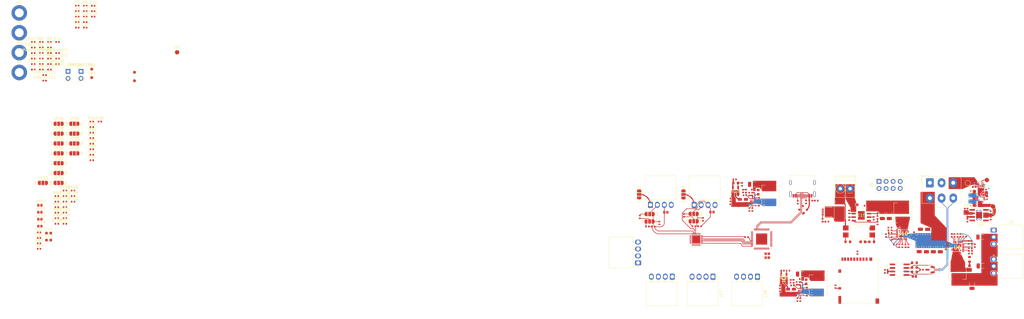
<source format=kicad_pcb>
(kicad_pcb (version 20221018) (generator pcbnew)
  (layers (0 "F.Cu" signal) (1 "In1.Cu" power) (2 "In2.Cu" power) (31 "B.Cu" signal) (34 "B.Paste" user) (35 "F.Paste" user) (36 "B.SilkS" user "B.Silkscreen") (37 "F.SilkS" user "F.Silkscreen") (38 "B.Mask" user) (39 "F.Mask" user) (44 "Edge.Cuts" user))
  (net 0 "")
  (net 1 "GND")
  (net 2 "VBUS")
  (net 3 "RBUS_uC_V")
  (net 4 "Net-(3V3LED1-A)")
  (net 5 "/Power/BBIN")
  (net 6 "/Power/BIAS")
  (net 7 "/Power/BBOUT")
  (net 8 "/Power/LX1")
  (net 9 "/Power/LX2")
  (net 10 "/Power/SEL")
  (net 11 "/Power/FBIn")
  (net 12 "Net-(12VLED1-A)")
  (net 13 "/BOOT")
  (net 14 "/CHIP_PU")
  (net 15 "Net-(C6-Pad1)")
  (net 16 "Net-(U1-XTAL_N)")
  (net 17 "Net-(C13-Pad1)")
  (net 18 "Net-(JP1-B)")
  (net 19 "/buckC/VDD")
  (net 20 "Net-(U6-V_DRV)")
  (net 21 "+12V")
  (net 22 "+6V")
  (net 23 "/buckC/BOOT")
  (net 24 "Net-(C35-Pad2)")
  (net 25 "/ServoV_LOG")
  (net 26 "/pressure_sensor/AIN0P")
  (net 27 "/pressure_sensor/AIN0N")
  (net 28 "/pressure_sensor/AIN2P")
  (net 29 "/pressure_sensor/AIN2N")
  (net 30 "/pressure_sensor/AIN1P")
  (net 31 "/pressure_sensor/AIN1N")
  (net 32 "Net-(IC1-EN)")
  (net 33 "Net-(IC1-COMP)")
  (net 34 "/Boosts/LDO5.5V_IN")
  (net 35 "Net-(IC1-BOOT)")
  (net 36 "Net-(IC1-SW)")
  (net 37 "+5V")
  (net 38 "Net-(IC4-EN)")
  (net 39 "Net-(IC4-COMP)")
  (net 40 "Net-(IC4-BOOT)")
  (net 41 "Net-(IC4-SW)")
  (net 42 "/CAN-")
  (net 43 "/CAN+")
  (net 44 "/Data-")
  (net 45 "/Data+")
  (net 46 "/Boosts/SW_5V")
  (net 47 "/Boosts/FB_5V")
  (net 48 "Net-(IC1-ILIM)")
  (net 49 "Net-(IC2-ADJ{slash}NC)")
  (net 50 "Net-(IC3-ADJ{slash}NC)")
  (net 51 "Net-(IC4-ILIM)")
  (net 52 "Net-(J2-CC1)")
  (net 54 "Net-(J2-CC2)")
  (net 56 "/Servo1PWM")
  (net 57 "/Servo2PWM")
  (net 58 "Net-(JP24-C)")
  (net 59 "Net-(JP21-C)")
  (net 60 "Net-(JP28-C)")
  (net 61 "Net-(JP5-C)")
  (net 62 "Net-(JP10-C)")
  (net 63 "/CAN-BUS/Vref")
  (net 64 "Net-(JP25-C)")
  (net 65 "Net-(JP5-A)")
  (net 66 "Net-(U1-XTAL_P)")
  (net 67 "/buckC/EN")
  (net 68 "Net-(TXLED1-A)")
  (net 69 "/TXD")
  (net 70 "Net-(U1-U0TXD{slash}PROG{slash}GPIO43)")
  (net 71 "Net-(U6-P_GOOD)")
  (net 72 "Net-(U2-Rs)")
  (net 73 "Net-(USBLED1-A)")
  (net 74 "Net-(U3-ST)")
  (net 75 "/buckC/FB")
  (net 76 "/buckC/PHASE")
  (net 77 "Net-(U6-MODE_2)")
  (net 78 "Net-(U6-_MODE_1)")
  (net 79 "Net-(JP32-C)")
  (net 80 "Net-(JP29-C)")
  (net 81 "/RXD")
  (net 84 "Net-(Firing1-K)")
  (net 86 "/actuators/GPIO0")
  (net 87 "/actuators/GPIO1")
  (net 88 "/actuators/GPIO2")
  (net 89 "/actuators/GPIO3")
  (net 90 "/actuators/GPIO4")
  (net 91 "/actuators/GPIO5")
  (net 92 "/BUCKC_EN")
  (net 93 "/ADS_CLK")
  (net 94 "/ADS_CS0")
  (net 96 "/microSD/SD1_CS")
  (net 97 "/microSD/VSPI_MOSI")
  (net 98 "/microSD/VSPI_SCLK")
  (net 99 "/microSD/VSPI_MISO")
  (net 100 "/CAN_TX")
  (net 101 "/CAN_RX")
  (net 108 "/buckC/SW")
  (net 112 "/Pyro/VDD")
  (net 113 "Net-(U11-dVdt)")
  (net 114 "/pressure_sensor/AIN3P")
  (net 115 "/pressure_sensor/AIN3N")
  (net 116 "/pressure_sensor/AIN4P")
  (net 117 "/pressure_sensor/AIN4N")
  (net 118 "/pressure_sensor/AIN5P")
  (net 119 "/pressure_sensor/AIN5N")
  (net 120 "Net-(JP36-C)")
  (net 121 "Net-(JP33-C)")
  (net 122 "Net-(JP40-C)")
  (net 123 "Net-(JP37-C)")
  (net 124 "Net-(JP20-C)")
  (net 125 "Net-(JP20-B)")
  (net 126 "+3.3V")
  (net 127 "/HSPI_MOSI")
  (net 128 "/HSPI_SCLK")
  (net 129 "/HSPI_MISO")
  (net 131 "Net-(CANRXLED1-A)")
  (net 132 "/Boosts/LDO12V_IN")
  (net 133 "/Pyro/BOOT")
  (net 134 "Net-(JP21-A)")
  (net 135 "/Pyro/PyroV")
  (net 136 "/Pyro/SW")
  (net 137 "/Pyro/EN")
  (net 138 "/Pyro/FB")
  (net 139 "/Pyro/PHASE")
  (net 140 "/Cont 1")
  (net 144 "/GPIO4")
  (net 145 "/GPIO5")
  (net 146 "/GPIO3")
  (net 147 "/GPIO1")
  (net 148 "/GPIO2")
  (net 149 "/GPIO0")
  (net 150 "/Nuke 1")
  (net 151 "/VSPI_MISO")
  (net 152 "Net-(CANTXLED1-A)")
  (net 153 "Net-(Eye1-A)")
  (net 154 "Net-(Repulsor1-A)")
  (net 155 "Net-(Repulsor2-A)")
  (net 156 "Net-(U7-CAP)")
  (net 157 "Net-(C50-Pad1)")
  (net 158 "Net-(C63-Pad1)")
  (net 159 "Net-(JP22-C)")
  (net 160 "Net-(U10-V_DRV)")
  (net 161 "Net-(C76-Pad2)")
  (net 162 "Net-(J12-Pin_2)")
  (net 163 "Net-(D3-K)")
  (net 164 "Net-(D4-A)")
  (net 165 "Net-(JP22-B)")
  (net 166 "Net-(JP25-A)")
  (net 169 "Net-(JP26-C)")
  (net 170 "Net-(JP26-B)")
  (net 171 "Net-(JP29-A)")
  (net 172 "Net-(JP30-C)")
  (net 173 "Net-(JP30-B)")
  (net 174 "Net-(JP33-A)")
  (net 175 "Net-(JP34-C)")
  (net 176 "Net-(JP34-B)")
  (net 177 "Net-(R80-Pad1)")
  (net 178 "Net-(U10-MODE_2)")
  (net 179 "Net-(U10-_MODE_1)")
  (net 190 "Net-(ArcReactorCore1-A)")
  (net 191 "/SD1_DET")
  (net 192 "Net-(C78-Pad2)")
  (net 193 "/Pyro/EFuse_In")
  (net 200 "Net-(U1-SPICLK_P{slash}GPIO47)")
  (net 201 "/VSPI_MOSI")
  (net 202 "/VSPI_SCLK")
  (net 203 "/SD1_CS")
  (net 204 "Net-(JP37-A)")
  (net 205 "Net-(U10-P_GOOD)")
  (net 207 "DeployV")
  (net 208 "/Boosts/SW_12V")
  (net 209 "/Boosts/FB_12V")
  (net 210 "Net-(IC1-VCC)")
  (net 211 "Net-(IC4-VCC)")
  (net 212 "Net-(U11-EN{slash}UVLO)")
  (net 213 "Net-(U11-OVLO{slash}OVCSEL)")
  (net 214 "/Pyro_IMON")
  (net 215 "Net-(U11-*FLT)")
  (net 216 "Net-(JP38-C)")
  (net 217 "Net-(JP38-B)")
  (footprint "Resistor_SMD:R_0402_1005Metric" (layer "F.Cu") (at -91.395 20.615)
    (fp_text reference "R5")
    (fp_text value "10K")
  )
  (footprint "MountingHole:MountingHole_3.2mm_M3_DIN965_Pad" (layer "F.Cu") (at -99.335 0.195)
    (fp_text reference "H1")
    (fp_text value "MountingHole_Pad")
  )
  (footprint "LED_SMD:LED_0402_1005Metric" (layer "F.Cu") (at -90.22 24.595)
    (fp_text reference "CANTXLED1")
    (fp_text value "CANTXLED")
  )
  (footprint "Resistor_SMD:R_0603_1608Metric" (layer "F.Cu") (at 207.170001 82.63 180)
    (fp_text reference "R79" hide)
    (fp_text value "120" hide)
  )
  (footprint "Capacitor_SMD:C_0805_2012Metric" (layer "F.Cu") (at 177.09 100.64 90)
    (fp_text reference "C39" hide)
    (fp_text value "22uF" hide)
  )
  (footprint "Capacitor_SMD:C_0603_1608Metric" (layer "F.Cu") (at 201.19085 69.275 180)
    (fp_text reference "C88" hide)
    (fp_text value "1uF" hide)
  )
  (footprint "Resistor_SMD:R_0402_1005Metric" (layer "F.Cu") (at -85.83 68.17)
    (fp_text reference "R96")
    (fp_text value "10k")
  )
  (footprint "TestPoint:TestPoint_Pad_D1.0mm" (layer "F.Cu") (at -57.91 21.58)
    (fp_text reference "TP3" hide)
    (fp_text value "TestPoint" hide)
  )
  (footprint "iclr:IC_TPS61089RNRR" (layer "F.Cu") (at 164.599999 68.315001 -90)
    (fp_text reference "IC1" hide)
    (fp_text value "TPS61089RNRR" hide)
  )
  (footprint "Resistor_SMD:R_0402_1005Metric" (layer "F.Cu") (at -88.485 16.635)
    (fp_text reference "R11")
    (fp_text value "1k")
  )
  (footprint "Resistor_SMD:R_0402_1005Metric" (layer "F.Cu") (at -94.305 16.635)
    (fp_text reference "Eye1")
    (fp_text value "Blue_LED")
  )
  (footprint "Resistor_SMD:R_0402_1005Metric" (layer "F.Cu") (at -85.83 66.18)
    (fp_text reference "R95")
    (fp_text value "58.4k")
  )
  (footprint "Resistor_SMD:R_0402_1005Metric" (layer "F.Cu") (at -94.305 12.655)
    (fp_text reference "3V3LED1")
    (fp_text value "BLUE_LED")
  )
  (footprint "Capacitor_SMD:C_0402_1005Metric" (layer "F.Cu") (at -92.23 85.15)
    (fp_text reference "C84")
    (fp_text value "0.1uF")
  )
  (footprint "Jumper:SolderJumper-3_P1.3mm_Open_RoundedPad1.0x1.5mm_NumberLabels" (layer "F.Cu") (at -85.19 40.12)
    (fp_text reference "JP26")
    (fp_text value "SolderJumper_3_Open")
  )
  (footprint "Connector_Molex:Molex_Nano-Fit_105313-xx04_1x04_P2.50mm_Horizontal" (layer "F.Cu") (at 150.09 95.2 -90)
    (fp_text reference "J17")
    (fp_text value "1053131104" hide)
  )
  (footprint "iclr:SOT95P282X145-5N" (layer "F.Cu") (at 175.59 95.65 90)
    (fp_text reference "IC3")
    (fp_text value "AP2205-W5-7" hide)
  )
  (footprint "Capacitor_SMD:C_0402_1005Metric" (layer "F.Cu") (at -78.475 1.545)
    (fp_text reference "C3")
    (fp_text value "0.1uF")
  )
  (footprint "Capacitor_SMD:C_0603_1608Metric" (layer "F.Cu") (at 166.35 64.740001 90)
    (fp_text reference "C48" hide)
    (fp_text value "2.2uF" hide)
  )
  (footprint "Resistor_SMD:R_0402_1005Metric" (layer "F.Cu") (at 241.59 74.870001 -90)
    (fp_text reference "R24" hide)
    (fp_text value "10k" hide)
  )
  (footprint "Capacitor_SMD:C_0402_1005Metric" (layer "F.Cu") (at 213.19 78 -90)
    (fp_text reference "C73" hide)
    (fp_text value "1uF" hide)
  )
  (footprint "Resistor_SMD:R_0603_1608Metric" (layer "F.Cu") (at 242.34 88.942397 90)
    (fp_text reference "R90" hide)
    (fp_text value "5.1" hide)
  )
  (footprint "Resistor_SMD:R_0402_1005Metric" (layer "F.Cu") (at 194.145 98.77 -90)
    (fp_text reference "R89" hide)
    (fp_text value "10k" hide)
  )
  (footprint "Resistor_SMD:R_0402_1005Metric" (layer "F.Cu") (at 238.04 80.317397 90)
    (fp_text reference "R32" hide)
    (fp_text value "100k" hide)
  )
  (footprint "Resistor_SMD:R_0402_1005Metric" (layer "F.Cu") (at -85.575 18.625)
    (fp_text reference "TXLED1")
    (fp_text value "GREEN_LED")
  )
  (footprint "Capacitor_SMD:C_0603_1608Metric" (layer "F.Cu") (at 183.59 97.015 90)
    (fp_text reference "C61" hide)
    (fp_text value "10uF" hide)
  )
  (footprint "Resistor_SMD:R_0402_1005Metric" (layer "F.Cu") (at 130.82 75.849999 90)
    (fp_text reference "R48" hide)
    (fp_text value "10k" hide)
  )
  (footprint "iclr:SiC437BEDT1GE3" (layer "F.Cu") (at 218.284 79.614 180)
    (fp_text reference "U10")
    (fp_text value "SiC437BED-T1-GE3" hide)
  )
  (footprint "Resistor_SMD:R_0402_1005Metric" (layer "F.Cu") (at 235.94 80.327396 90)
    (fp_text reference "R28" hide)
    (fp_text value "2.2" hide)
  )
  (footprint "Resistor_SMD:R_0402_1005Metric" (layer "F.Cu") (at 177.070001 93.01 180)
    (fp_text reference "R70" hide)
    (fp_text value "51k" hide)
  )
  (footprint "Capacitor_SMD:C_0402_1005Metric" (layer "F.Cu") (at -75.605 -2.395)
    (fp_text reference "C6")
    (fp_text value "0.1uF")
  )
  (footprint "Resistor_SMD:R_0402_1005Metric" (layer "F.Cu") (at -80.01 66.18)
    (fp_text reference "R109")
    (fp_text value "31.6k")
  )
  (footprint "Resistor_SMD:R_0402_1005Metric" (layer "F.Cu") (at -73.26 53.27)
    (fp_text reference "R41")
    (fp_text value "DNP")
  )
  (footprint "Resistor_SMD:R_0402_1005Metric" (layer "F.Cu") (at 239.04 80.327396 90)
    (fp_text reference "R31" hide)
    (fp_text value "200k" hide)
  )
  (footprint "Resistor_SMD:R_0402_1005Metric" (layer "F.Cu") (at -88.485 20.615)
    (fp_text reference "R13")
    (fp_text value "1k")
  )
  (footprint "Connector_Molex:Molex_Nano-Fit_105313-xx03_1x03_P2.50mm_Horizontal" (layer "F.Cu") (at 251.04 78.417397)
    (fp_text reference "J3")
    (fp_text value "ServoCH1" hide)
  )
  (footprint "Capacitor_SMD:C_0402_1005Metric" (layer "F.Cu") (at 174.68 98.41 180)
    (fp_text reference "C60" hide)
    (fp_text value "1uF" hide)
  )
  (footprint "Capacitor_SMD:C_0805_2012Metric" (layer "F.Cu") (at 161.95 68.290002 90)
    (fp_text reference "C52" hide)
    (fp_text value "22uF" hide)
  )
  (footprint "Package_SO:SOIC-8_3.9x4.9mm_P1.27mm" (layer "F.Cu") (at 217.115 92.68)
    (fp_text reference "U2" hide)
    (fp_text value "SN65HVD230" hide)
  )
  (footprint "iclr:SmallerSolderJP" (layer "F.Cu") (at 132.87 72 180)
    (fp_text reference "JP23" hide)
    (fp_text value "SolderJumper_2_Open" hide)
  )
  (footprint "Resistor_SMD:R_0603_1608Metric" (layer "F.Cu") (at 222.515 91.88)
    (fp_text reference "R16" hide)
    (fp_text value "60" hide)
  )
  (footprint "TestPoint:TestPoint_Pad_D1.5mm" (layer "F.Cu") (at 250.797185 69.914224 -90)
    (fp_text reference "TP8" hide)
    (fp_text value "TestPoint")
  )
  (footprint "Capacitor_SMD:C_0603_1608Metric" (layer "F.Cu") (at -88.79 79.51)
    (fp_text reference "C41")
    (fp_text value "10uF")
  )
  (footprint "Resistor_SMD:R_0402_1005Metric" (layer "F.Cu") (at -94.305 10.665)
    (fp_text reference "12VLED1")
    (fp_text value "RED_LED")
  )
  (footprint "Resistor_SMD:R_0402_1005Metric" (layer "F.Cu") (at 220.390001 84.070001 -90)
    (fp_text reference "R84" hide)
    (fp_text value "2.2" hide)
  )
  (footprint "iclr:SmallerSolderJP" (layer "F.Cu") (at -91.66 77)
    (fp_text reference "JP39")
    (fp_text value "SolderJumper_2_Open")
  )
  (footprint "Inductor_SMD:L_0402_1005Metric" (layer "F.Cu") (at -91.395 10.665)
    (fp_text reference "L2")
    (fp_text value "20nH")
  )
  (footprint "Resistor_SMD:R_0402_1005Metric" (layer "F.Cu") (at -73.26 39.34)
    (fp_text reference "R34")
    (fp_text value "1.5k")
  )
  (footprint "Resistor_SMD:R_0402_1005Metric" (layer "F.Cu") (at -82.92 76.13)
    (fp_text reference "R107")
    (fp_text value "58.4k")
  )
  (footprint "Capacitor_SMD:C_0402_1005Metric" (layer "F.Cu") (at 156.85 68.070001 180)
    (fp_text reference "C59" hide)
    (fp_text value "100nF" hide)
  )
  (footprint "Capacitor_SMD:C_0402_1005Metric" (layer "F.Cu") (at 181.79 96.04 180)
    (fp_text reference "C67" hide)
    (fp_text value "100nF" hide)
  )
  (footprint "Resistor_SMD:R_0402_1005Metric" (layer "F.Cu") (at -82.92 72.15)
    (fp_text reference "R105")
    (fp_text value "31.6k")
  )
  (footprint "Resistor_SMD:R_0402_1005Metric" (layer "F.Cu") (at 126.51 77.12)
    (fp_text reference "R45" hide)
    (fp_text value "58.4k" hide)
  )
  (footprint "Jumper:SolderJumper-3_P1.3mm_Open_RoundedPad1.0x1.5mm_NumberLabels" (layer "F.Cu") (at -85.19 43.67)
    (fp_text reference "JP28")
    (fp_text value "SolderJumper_3_Open")
  )
  (footprint "Resistor_SMD:R_0402_1005Metric" (layer "F.Cu") (at 146.49 74.54 90)
    (fp_text reference "R76" hide)
    (fp_text value "10k" hide)
  )
  (footprint "TestPoint:TestPoint_Pad_D1.0mm" (layer "F.Cu") (at -73.295 20.445)
    (fp_text reference "TP1")
    (fp_text value "TestPoint")
  )
  (footprint "Jumper:SolderJumper-3_P1.3mm_Open_RoundedPad1.0x1.5mm_NumberLabels" (layer "F.Cu") (at -85.19 61.42)
    (fp_text reference "JP34")
    (fp_text value "SolderJumper_3_Open")
  )
  (footprint "Connector_PinHeader_2.54mm:PinHeader_1x02_P2.54mm_Vertical" (layer "F.Cu") (at -81.795 21.245)
    (fp_text reference "BOOTJUMPER1")
    (fp_text value "Conn_01x02_Male")
  )
  (footprint "TestPoint:TestPoint_Pad_D1.5mm" (layer "F.Cu") (at 248.59 60.38 -90)
    (fp_text reference "TP5" hide)
    (fp_text value "TestPoint" hide)
  )
  (footprint "Resistor_SMD:R_0402_1005Metric" (layer "F.Cu") (at -82.92 66.18)
    (fp_text reference "R102")
    (fp_text value "49")
  )
  (footprint "Capacitor_SMD:C_0402_1005Metric" (layer "F.Cu") (at 166.65 69.140001 90)
    (fp_text reference "C54" hide)
    (fp_text value "100nF" hide)
  )
  (footprint "Resistor_SMD:R_0402_1005Metric" (layer "F.Cu") (at 199.06585 74.275 -90)
    (fp_text reference "R93" hide)
    (fp_text value "453" hide)
  )
  (footprint "Capacitor_SMD:C_0402_1005Metric" (layer "F.Cu") (at -75.605 -0.425)
    (fp_text reference "C7")
    (fp_text value "1uF")
  )
  (footprint "Capacitor_SMD:C_1206_3216Metric" (layer "F.Cu") (at 229.34 84.742397 -90)
    (fp_text reference "C28" hide)
    (fp_text value "47uF" hide)
  )
  (footprint "Resistor_SMD:R_0402_1005Metric" (layer "F.Cu") (at -85.83 72.15)
    (fp_text reference "R98")
    (fp_text value "49")
  )
  (footprint "MountingHole:MountingHole_3.2mm_M3_DIN965_Pad" (layer "F.Cu") (at -99.335 14.495)
    (fp_text reference "H3")
    (fp_text value "MountingHole_Pad")
  )
  (footprint "iclr:SOT95P282X145-5N" (layer "F.Cu") (at 158.19 64.370001 90)
    (fp_text reference "IC2" hide)
    (fp_text value "AP2205-W5-7" hide)
  )
  (footprint "Capacitor_SMD:C_0402_1005Metric" (layer "F.Cu") (at -72.735 1.545)
    (fp_text reference "C13")
    (fp_text value "11pF")
  )
  (footprint "Jumper:SolderJumper-3_P1.3mm_Open_RoundedPad1.0x1.5mm_NumberLabels" (layer "F.Cu") (at -85.19 57.87)
    (fp_text reference "JP33")
    (fp_text value "SolderJumper_3_Open")
  )
  (footprint "Resistor_SMD:R_0402_1005Metric" (layer "F.Cu") (at 244.24 84.017397 90)
    (fp_text reference "R27" hide)
    (fp_text value "10k" hide)
  )
  (footprint "Resistor_SMD:R_0402_1005Metric" (layer "F.Cu") (at -91.395 18.625)
    (fp_text reference "R4")
    (fp_text value "470")
  )
  (footprint "Capacitor_SMD:C_0402_1005Metric" (layer "F.Cu") (at 207.86585 74.175 90)
    (fp_text reference "C87" hide)
    (fp_text value "2.2nF" hide)
  )
  (footprint "iclr:SmallerSolderJP" (layer "F.Cu") (at 222.785 95.08)
    (fp_text reference "JP1" hide)
    (fp_text value "TermJP" hide)
  )
  (footprint "Resistor_SMD:R_0402_1005Metric" (layer "F.Cu") (at 145.31 77.05)
    (fp_text reference "R51" hide)
    (fp_text value "49" hide)
  )
  (footprint "Connector_USB:USB_C_Receptacle_Palconn_UTC16-G" (layer "F.Cu") (at 182.281142 63.534645 180)
    (fp_text reference "J2" hide)
    (fp_text value "USB_C_Receptacle_USB2.0" hide)
  )
  (footprint "Capacitor_SMD:C_0402_1005Metric" (layer "F.Cu") (at 249.939999 72.082716 90)
    (fp_text reference "C22")
    (fp_text value "4.7uF")
  )
  (footprint "Resistor_SMD:R_0402_1005Metric" (layer "F.Cu") (at -85.575 16.635)
    (fp_text reference "Repulsor2")
    (fp_text value "White_LED")
  )
  (footprint "iclr:SmallerSolderJP" (layer "F.Cu") (at -91.66 71.98)
    (fp_text reference "JP31")
    (fp_text value "SolderJumper_2_Open")
  )
  (footprint "iclr:SOTFL50P160X60-8N" (layer "F.Cu") (at 246.257185 62.104224 180)
    (fp_text reference "U3" hide)
    (fp_text value "LM66200DRLR" hide)
  )
  (footprint "Resistor_SMD:R_0402_1005Metric" (layer "F.Cu") (at 161.965 64.340001 90)
    (fp_text reference "R60" hide)
    (fp_text value "7.87k" hide)
  )
  (footprint "Resistor_SMD:R_0402_1005Metric" (layer "F.Cu") (at -82.92 64.19)
    (fp_text reference "R101")
    (fp_text value "31.6k")
  )
  (footprint "Capacitor_SMD:C_0402_1005Metric" (layer "F.Cu") (at 219.290001 84.1 -90)
    (fp_text reference "C76" hide)
    (fp_text value "0.1uF" hide)
  )
  (footprint "Resistor_SMD:R_0402_1005Metric" (layer "F.Cu") (at -82.92 74.14)
    (fp_text reference "R106")
    (fp_text value "49")
  )
  (footprint "Capacitor_SMD:C_0402_1005Metric" (layer "F.Cu") (at 205.07 69.63 180)
    (fp_text reference "C86" hide)
    (fp_text value "100nF" hide)
  )
  (footprint "Connector_Card:microSD_HC_Hirose_DM3AT-SF-PEJM5" (layer "F.Cu") (at 202.515 96.605)
    (fp_text reference "J13" hide)
    (fp_text value "Micro_SD_Card_Det")
  )
  (footprint "Connector_Molex:Molex_Mini-Fit_Jr_5566-06A_2x03_P4.20mm_Vertical" (layer "F.Cu") (at 228.09 61.38)
    (fp_text reference "J1" hide)
    (fp_text value "RBUS")
  )
  (footprint "Capacitor_SMD:C_0402_1005Metric" (layer "F.Cu") (at 157.9 60.160002)
    (fp_text reference "C55" hide)
    (fp_text value "2.2uF" hide)
  )
  (footprint "iclr:ADS131M06IRSNR" (layer "F.Cu") (at 144.0505 81.76)
    (fp_text reference "U7" hide)
    (fp_text value "ADS131M06IPBS" hide)
  )
  (footprint "Capacitor_SMD:C_0402_1005Metric" (layer "F.Cu") (at -72.735 -0.425)
    (fp_text reference "C12")
    (fp_text value "11pF")
  )
  (footprint "Capacitor_SMD:C_1206_3216Metric" (layer "F.Cu") (at 231.84 84.742397 -90)
    (fp_text reference "C30" hide)
    (fp_text value "DNP" hide)
  )
  (footprint "Jumper:SolderJumper-3_P1.3mm_Open_RoundedPad1.0x1.5mm_NumberLabels" (layer "F.Cu") (at -79.54 47.22)
    (fp_text reference "JP38")
    (fp_text value "SolderJumper_3_Open")
  )
  (footprint "Capacitor_SMD:C_0402_1005Metric" (layer "F.Cu") (at 240.679999 71.162716 -90)
    (fp_text reference "C24")
    (fp_text value "0.1uF" hide)
  )
  (footprint "Package_DIP:SMDIP-4_W9.53mm" (layer "F.Cu") (at 202.605 78.9)
    (fp_text reference "U9" hide)
    (fp_text value "859-LTV-247" hide)
  )
  (footprint "Resistor_SMD:R_0402_1005Metric" (layer "F.Cu") (at 209.26585 75.89 -90)
    (fp_text reference "R85" hide)
    (fp_text value "47.5k" hide)
  )
  (footprint "Capacitor_SMD:C_0402_1005Metric" (layer "F.Cu") (at 183.89 101.535 90)
    (fp_text reference "C66" hide)
    (fp_text value "100nF" hide)
  )
  (footprint "iclr:IC_TPS61089RNRR" (layer "F.Cu") (at 181.815 100.665 -90)
    (fp_text reference "IC4" hide)
    (fp_text value "TPS61089RNRR" hide)
  )
  (footprint "Connector_Molex:Molex_Nano-Fit_105313-xx04_1x04_P2.50mm_Horizontal" (layer "F.Cu") (at 127.59 69.32 90)
    (fp_text reference "J14" hide)
    (fp_text value "1053131104" hide)
  )
  (footprint "LED_SMD:LED_0402_1005Metric" (layer "F.Cu") (at -90.22 22.605)
    (fp_text reference "CANRXLED1")
    (fp_text value "CANRXLED")
  )
  (footprint "Capacitor_SMD:C_0402_1005Metric" (layer "F.Cu") (at 161.57 65.865001 180)
    (fp_text reference "C49" hide)
    (fp_text value "180pF" hide)
  )
  (footprint "Jumper:SolderJumper-3_P1.3mm_Open_RoundedPad1.0x1.5mm_NumberLabels" (layer "F.Cu") (at -79.54 50.77)
    (fp_text reference "JP40")
    (fp_text value "SolderJumper_3_Open")
  )
  (footprint "Resistor_SMD:R_0603_1608Metric" (layer "F.Cu") (at 158.239999 61.440001 180)
    (fp_text reference "R65" hide)
    (fp_text value "152k" hide)
  )
  (footprint "Resistor_SMD:R_0402_1005Metric" (layer "F.Cu") (at 183.561142 68.294644 -90)
    (fp_text reference "R18" hide)
    (fp_text value "5.1k" hide)
  )
  (footprint "Resistor_SMD:R_0402_1005Metric" (layer "F.Cu") (at -73.26 41.33)
    (fp_text reference "R35")
    (fp_text value "470")
  )
  (footprint "Capacitor_SMD:C_0402_1005Metric" (layer "F.Cu") (at 214.29 77.98 -90)
    (fp_text reference "C74" hide)
    (fp_text value "4.7uF" hide)
  )
  (footprint "Resistor_SMD:R_0402_1005Metric" (layer "F.Cu") (at 218.19 84.070001 -90)
    (fp_text reference "R87" hide)
    (fp_text value "100k" hide)
  )
  (footprint "Capacitor_SMD:C_1206_3216Metric" (layer "F.Cu") (at 246.94 91.317397 180)
    (fp_text reference "C29" hide)
    (fp_text value "68uF" hide)
  )
  (footprint "Capacitor_SMD:C_0603_1608Metric" (layer "F.Cu") (at 245.189999 69.537716 180)
    (fp_text reference "C20")
    (fp_text value "22uF")
  )
  (footprint "TerminalBlock_Phoenix:TerminalBlock_Phoenix_PT-1,5-2-3.5-H_1x02_P3.50mm_Horizontal" (layer "F.Cu") (at 199.39 63.48 180)
    (fp_text reference "J12" hide)
    (fp_text value "Conn_01x02_Male" hide)
  )
  (footprint "Resistor_SMD:R_0402_1005Metric" (layer "F.Cu") (at 217.09 84.08 -90)
    (fp_text reference "R86" hide)
    (fp_text value "200k" hide)
  )
  (footprint "Capacitor_SMD:C_0402_1005Metric" (layer "F.Cu") (at -75.605 3.515)
    (fp_text reference "C9")
    (fp_text value "10nF")
  )
  (footprint "Resistor_SMD:R_0402_1005Metric" (layer "F.Cu") (at 240.61 80.7074)
    (fp_text reference "R33" hide)
    (fp_text value "10k" hide)
  )
  (footprint "Resistor_SMD:R_0603_1608Metric" (layer "F.Cu") (at 222.515 93.48 180)
    (fp_text reference "R17" hide)
    (fp_text value "60" hide)
  )
  (footprint "Resistor_SMD:R_0402_1005Metric" (layer "F.Cu") (at 139.62 73.109999 -90)
    (fp_text reference "R74" hide)
    (fp_text value "31.6k" hide)
  )
  (footprint "Capacitor_SMD:C_0402_1005Metric" (layer "F.Cu") (at 156.87 67.06 180)
    (fp_text reference "C51" hide)
    (fp_text value "1uF" hide)
  )
  (footprint "Resistor_SMD:R_0402_1005Metric" (layer "F.Cu") (at -80.01 68.17)
    (fp_text reference "R110")
    (fp_text value "49")
  )
  (footprint "Connector_Molex:Molex_Nano-Fit_105313-xx03_1x03_P2.50mm_Horizontal" (layer "F.Cu") (at 251.04 88.9074)
    (fp_text reference "J4" hide)
    (fp_text value "ServoCH2" hide)
  )
  (footprint "Resistor_SMD:R_0402_1005Metric" (layer "F.Cu") (at 181.489999 103.449999 90)
    (fp_text reference "R72" hide)
    (fp_text value "475k" hide)
  )
  (footprint "Resistor_SMD:R_0402_1005Metric" (layer "F.Cu") (at -91.395 12.655)
    (fp_text reference "R1")
    (fp_text value "10K")
  )
  (footprint "Resistor_SMD:R_0402_1005Metric" (layer "F.Cu") (at 242.04 82.817397 90)
    (fp_text reference "R26" hide)
    (fp_text value "130k" hide)
  )
  (footprint "Resistor_SMD:R_0402_1005Metric" (layer "F.Cu") (at 243.990965 62.882716)
    (fp_text reference "R21")
    (fp_text value "10k")
  )
  (footprint "Resistor_SMD:R_0402_1005Metric" (layer "F.Cu") (at -91.395 16.635)
    (fp_text reference "R3")
    (fp_text value "1k")
  )
  (footprint "Resistor_SMD:R_0402_1005Metric" (layer "F.Cu") (at 199.06585 71.875 90)
    (fp_text reference "R94" hide)
    (fp_text value "11.52" hide)
  )
  (footprint "Resistor_SMD:R_0402_1005Metric" (layer "F.Cu") (at 185.251143 67.794645)
    (fp_text reference "R20" hide)
    (fp_text value "5.1k" hide)
  )
  (footprint "Connector_Molex:Molex_Nano-Fit_105313-xx04_1x04_P2.50mm_Horizontal" (layer "F.Cu") (at 143.34 69.36 90)
    (fp_text reference "J7" hide)
    (fp_text value "1053131104")
  )
  (footprint "Capacitor_SMD:C_1206_3216Metric" (layer "F.Cu") (at 224.69 79.58 90)
    (fp_text reference "C80" hide)
    (fp_text value "47uF" hide)
  )
  (footprint "Resistor_SMD:R_0402_1005Metric" (layer "F.Cu") (at 191.09 75.38)
    (fp_text reference "R77" hide)
    (fp_text value "120" hide)
  )
  (footprint "Resistor_SMD:R_0402_1005Metric" (layer "F.Cu") (at 215.59 83.58 180)
    (fp_text reference "R88" hide)
    (fp_text value "10k" hide)
  )
  (footprint "Resistor_SMD:R_0402_1005Metric" (layer "F.Cu") (at 214.29 81.48 -90)
    (fp_text reference "R82" hide)
    (fp_text value "190k" hide)
  )
  (footprint "Capacitor_SMD:C_0402_1005Metric" (layer "F.Cu") (at 247.779999 63.822716)
    (fp_text reference "C17" hide)
    (fp_text value "10uF")
  )
  (footprint "Capacitor_SMD:C_0402_1005Metric" (layer "F.Cu") (at 243.24 86.417398 90)
    (fp_text reference "C25" hide)
    (fp_text value "1uF" hide)
  )
  (footprint "Capacitor_SMD:C_0402_1005Metric" (layer "F.Cu") (at 164.550001 63.840001 180)
    (fp_text reference "C56" hide)
    (fp_text value "100nF" hide)
  )
  (footprint "Inductor_SMD:L_0402_1005Metric" (layer "F.Cu") (at -94.305 20.615)
    (fp_text reference "L1")
    (fp_text value "2.0nH")
  )
  (footprint "Capacitor_SMD:C_1206_3216Metric" (layer "F.Cu") (at 164.75 61.940001 180)
    (fp_text reference "C57" hide)
    (fp_text value "47uF" hide)
  )
  (footprint "Capacitor_SMD:C_1206_3216Metric" (layer "F.Cu") (at 181.99 94.24 180)
    (fp_text reference "C70" hide)
    (fp_text value "22uF" hide)
  )
  (footprint "MountingHole:MountingHole_3.2mm_M3_DIN965_Pad" (layer "F.Cu") (at -99.335 7.345)
    (fp_text reference "H2")
    (fp_text value "MountingHole_Pad")
  )
  (footprint "Resistor_SMD:R_0402_1005Metric" (layer "F.Cu") (at -88.485 10.665)
    (fp_text reference "R6")
    (fp_text value "470")
  )
  (footprint "iclr:SmallerSolderJP" (layer "F.Cu") (at -91.66 74.49)
    (fp_text reference "JP35")
    (fp_text value "SolderJumper_2_Open")
  )
  (footprint "Capacitor_SMD:C_0402_1005Metric" (layer "F.Cu") (at -75.605 5.485)
    (fp_text reference "C10")
    (fp_text value "0.1uF")
  )
  (footprint "Resistor_SMD:R_0402_1005Metric" (layer "F.Cu") (at -88.485 12.655)
    (fp_text reference "R7")
    (fp_text value "499R")
  )
  (footprint "Capacitor_SMD:C_0402_1005Metric" (layer "F.Cu") (at 202.045 86.55 90)
    (fp_text reference "C77" hide)
    (fp_text value "0.1uF" hide)
  )
  (footprint "Capacitor_SMD:C_1206_3216Metric" (layer "F.Cu") (at 243.239999 97.917397 -90)
    (fp_text reference "C33" hide)
    (fp_text value "220uF" hide)
  )
  (footprint "Capacitor_SMD:C_1206_3216Metric" (layer "F.Cu") (at 210.99 72.78 -90)
    (fp_text reference "C40" hide)
    (fp_text value "47uF" hide)
  )
  (footprint "Connector_PinHeader_2.54mm:PinHeader_1x02_P2.54mm_Vertical" (layer "F.Cu") (at -77.145 21.245)
    (fp_text reference "ENJUMPER1")
    (fp_text value "Conn_01x02_Male")
  )
  (footprint "Capacitor_SMD:C_0402_1005Metric" (layer "F.Cu") (at -92.23 81.21)
    (fp_text reference "C81")
    (fp_text value "220nF")
  )
  (footprint "Connector_Molex:Molex_Nano-Fit_105313-xx04_1x04_P2.50mm_Horizontal" (layer "F.Cu") (at 123.15 90.21 180)
    (fp_text reference "J15" hide)
    (fp_text value "1053131104" hide)
  )
  (footprint "Capacitor_SMD:C_0402_1005Metric" (layer "F.Cu") (at -78.475 5.485)
    (fp_text reference "C5")
    (fp_text value "0.1uF")
  )
  (footprint "Resistor_SMD:R_0402_1005Metric" (layer "F.Cu") (at -85.575 10.665)
    (fp_text reference "R14")
    (fp_text value "3k")
  )
  (footprint "Jumper:SolderJumper-3_P1.3mm_Open_RoundedPad1.0x1.5mm_NumberLabels" (layer "F.Cu") (at -79.54 43.67)
    (fp_text reference "JP37")
    (fp_text value "SolderJumper_3_Open")
  )
  (footprint "Capacitor_SMD:C_0402_1005Metric" (layer "F.Cu") (at -75.605 1.545)
    (fp_text reference "C8")
    (fp_text value "0.1uF")
  )
  (footprint "Resistor_SMD:R_0402_1005Metric" (layer "F.Cu") (at -73.26 43.32)
    (fp_text reference "R36")
    (fp_text value "DNP")
  )
  (footprint "Capacitor_SMD:C_0402_1005Metric" (layer "F.Cu") (at -78.475 -0.425)
    (fp_text reference "C2")
    (fp_text value "1uF")
  )
  (footprint "Package_TO_SOT_SMD:SOT-143" (layer "F.Cu") (at 182.461142 71.094645 135)
    (fp_text reference "D2" hide)
    (fp_text value "SP0503BAHT" hide)
  )
  (footprint "Capacitor_SMD:C_0402_1005Metric" (layer "F.Cu") (at -78.475 -2.395)
    (fp_text reference "C1")
    (fp_text value "10uF")
  )
  (footprint "Resistor_SMD:R_0402_1005Metric" (layer "F.Cu") (at 123.77 73.69 -90)
    (fp_text reference "R78" hide)
    (fp_text value "31.6k" hide)
  )
  (footprint "Capacitor_SMD:C_1206_3216Metric" (layer "F.Cu") (at 227.29 79.605 90)
    (fp_text reference "C85" hide)
    (fp_text value "47uF" hide)
  )
  (footprint "Capacitor_SMD:C_0402_1005Metric" (layer "F.Cu") (at 178.69 98.340001 180)
    (fp_text reference "C62" hide)
    (fp_text value "120pF" hide)
  )
  (footprint "Capacitor_SMD:C_0402_1005Metric" (layer "F.Cu") (at -92.23 83.18)
    (fp_text reference "C82")
    (fp_text value "1uF")
  )
  (footprint "Resistor_SMD:R_0402_1005Metric" (layer "F.Cu") (at 241.589999 73.010002 -90)
    (fp_text reference "R23" hide)
    (fp_text value "56k" hide)
  )
  (footprint "Jumper:SolderJumper-3_P1.3mm_Open_RoundedPad1.0x1.5mm_NumberLabels" (layer "F.Cu") (at -79.54 40.12)
    (fp_text reference "JP36")
    (fp_text value "SolderJumper_3_Open")
  )
  (footprint "Capacitor_SMD:C_1206_3216Metric" (layer "F.Cu") (at 213.49 72.78 -90)
    (fp_text reference "C75" hide)
    (fp_text value "47uF" hide)
  )
  (footprint "Resistor_SMD:R_0402_1005Metric" (layer "F.Cu") (at 248.64 66.822716 90)
    (fp_text reference "R22" hide)
    (fp_text value "14k" hide)
  )
  (footprint "iclr:SmallerSolderJP" (layer "F.Cu") (at -91.66 69.47)
    (fp_text reference "JP27")
    (fp_text value "SolderJumper_2_Open")
  )
  (footprint "Resistor_SMD:R_0402_1005Metric" (layer "F.Cu") (at 128.64 77.13)
    (fp_text reference "R92" hide)
    (fp_text value "49" hide)
  )
  (footprint "Capacitor_SMD:C_0402_1005Metric" (layer "F.Cu") (at -72.735 -2.395)
    (fp_text reference "C11")
    (fp_text value "0.1uF")
  )
  (footprint "Resistor_SMD:R_0402_1005Metric" (layer "F.Cu") (at -88.485 14.645)
    (fp_text reference "R8")
    (fp_text value "3k")
  )
  (footprint "Capacitor_SMD:C_0402_1005Metric" (layer "F.Cu") (at 160.915 64.365002 -90)
    (fp_text reference "C50" hide)
    (fp_text value "3.9nF" hide)
  )
  (footprint "Jumper:SolderJumper-3_P1.3mm_Open_RoundedPad1.0x1.5mm_NumberLabels" (layer "F.Cu") (at 127.29 75.3 180)
    (fp_text reference "JP22" hide)
    (fp_text value "SolderJumper_3_Open" hide)
  )
  (footprint "Capacitor_SMD:C_0402_1005Metric" (layer "F.Cu") (at 174.68 99.42 180)
    (fp_text reference "C69" hide)
    (fp_text value "100nF" hide)
  )
  (footprint "iclr:IND_SRP6540-390M" (layer "F.Cu") (at 218.39 72.205 -90)
    (fp_text reference "L7" hide)
    (fp_text value "3.3uH" hide)
  )
  (footprint "Resistor_SMD:R_0402_1005Metric" (layer "F.Cu") (at -73.26 45.31)
    (fp_text reference "R37")
    (fp_text value "DNP")
  )
  (footprint "Package_TO_SOT_SMD:TO-277B" (layer "F.Cu") (at 195.76 71.43)
    (fp_text reference "D3" hide)
    (fp_text value "DST1550S" hide)
  )
  (footprint "TestPoint:TestPoint_Pad_D1.5mm" (layer "F.Cu") (at -42.595 14.375)
    (fp_text reference "TP7")
    (fp_text value "TestPoint")
  )
  (footprint "Capacitor_SMD:C_0402_1005Metric" (layer "F.Cu") (at 242.14 86.397397 90)
    (fp_text reference "C26" hide)
    (fp_text value "4.7uF" hide)
  )
  (footprint "Package_TO_SOT_SMD:LFPAK33" (layer "F.Cu") (at 191.125 71.905)
    (fp_text reference "Q2" hide)
    (fp_text value "BUK9M11-40EX" hide)
  )
  (footprint "Resistor_SMD:R_0402_1005Metric" (layer "F.Cu") (at 180.46 103.45 -90)
    (fp_text reference "R10" hide)
    (fp_text value "10K" hide)
  )
  (footprint "Resistor_SMD:R_0402_1005Metric" (layer "F.Cu") (at 179.09 96.84 90)
    (fp_text reference "R67" hide)
    (fp_text value "18.7k" hide)
  )
  (footprint "iclr:IND_SRP6540-390M" (layer "F.Cu") (at 187.99 98.14 -90)
    (fp_text reference "L6" hide)
    (fp_text value "SRR6038-5R0Y" hide)
  )
  (footprint "Resistor_SMD:R_0402_1005Metric" (layer "F.Cu") (at 209.26585 71.775 90)
    (fp_text reference "R30" hide)
    (fp_text value "464K" hide)
  )
  (footprint "Capacitor_SMD:C_0402_1005Metric" (layer "F.Cu") (at 249.936185 74.162224 -90)
    (fp_text reference "C21")
    (fp_text value "10uF")
  )
  (footprint "Jumper:SolderJumper-3_P1.3mm_Open_RoundedPad1.0x1.5mm_NumberLabels" (layer "F.Cu") (at 127.32 72.65)
    (fp_text reference "JP21" hide)
    (fp_text value "SolderJumper_3_Open" hide)
  )
  (footprint "Jumper:SolderJumper-3_P1.3mm_Open_RoundedPad1.0x1.5mm_NumberLabels" (layer "F.Cu") (at -85.19 50.77)
    (fp_text reference "JP30")
    (fp_text value "SolderJumper_3_Open")
  )
  (footprint "Capacitor_SMD:C_1206_3216Metric" (layer "F.Cu") (at 224.24 84.692398 -90)
    (fp_text reference "C32" hide)
    (fp_text value "DNP" hide)
  )
  (footprint "Connector_Molex:Molex_Nano-Fit_105313-xx04_1x04_P2.50mm_Horizontal" (layer "F.Cu") (at 135.45 95.19 -90)
    (fp_text reference "J16" hide)
    (fp_text value "1053131104" hide)
  )
  (footprint "Crystal:Crystal_SMD_2016-4Pin_2.0x1.6mm" (layer "F.Cu") (at 169.59 87.63 90)
    (fp_text reference "Y1" hide)
    (fp_text value "R940000171" hide)
  )
  (footprint "Connector_Molex:Molex_Nano-Fit_105313-xx04_1x04_P2.50mm_Horizontal" (layer "F.Cu") (at 166.09 95.2 -90)
    (fp_text reference "J18")
    (fp_text value "1053131104" hide)
  )
  (footprint "Resistor_SMD:R_0402_1005Metric" (layer "F.Cu") (at 180.19 97.63 -90)
    (fp_text reference "R69" hide)
    (fp_text value "100k" hide)
  )
  (footprint "LED_SMD:LED_0402_1005Metric" (layer "F.Cu") (at 189.49 74.895 90)
    (fp_text reference "Firing1" hide)
    (fp_text value "EMERALD_LED" hide)
  )
  (footprint "Capacitor_SMD:C_0402_1005Metric" (layer "F.Cu") (at 177.99 96.86 -90)
    (fp_text reference "C63" hide)
    (fp_text value "2.2nF" hide)
  )
  (footprint "Capacitor_SMD:C_0402_1005Metric" (layer "F.Cu") (at 236.94 80.317397 90)
    (fp_text reference "C35" hide)
    (fp_text value "0.1uF" hide)
  )
  (footprint "Resistor_SMD:R_0402_1005Metric" (layer "F.Cu") (at -73.26 49.29)
    (fp_text reference "R39")
    (fp_text value "DNP")
  )
  (footprint "iclr:SOIC127P599X175-9N" (layer "F.Cu") (at 245.771185 73.032225 180)
    (fp_text reference "U5")
    (fp_text value "SC4215")
  )
  (footprint "Resistor_SMD:R_0402_1005Metric" (layer "F.Cu") (at 242.64 84.917397 180)
    (fp_text reference "R25" hide)
    (fp_text value "10k" hide)
  )
  (footprint "Resistor_SMD:R_0402_1005Metric" (layer "F.Cu") (at -82.92 68.17)
    (fp_text reference "R103")
    (fp_text value "58.4k")
  )
  (footprint "Capacitor_SMD:C_0402_1005Metric" (layer "F.Cu") (at 212.395 93.845 180)
    (fp_text reference "C15" hide)
    (fp_text value "10uF" hide)
  )
  (footprint "Resistor_SMD:R_0402_1005Metric" (layer "F.Cu") (at 183.89 99.605001 -90)
    (fp_text reference "R73" hide)
    (fp_text value "287k" hide)
  )
  (footprint "Jumper:SolderJumper-3_P1.3mm_Open_RoundedPad1.0x1.5mm_NumberLabels" (layer "F.Cu") (at 143.17 75.23 180)
    (fp_text reference "JP20" hide)
    (fp_text value "SolderJumper_3_Open" hide)
  )
  (footprint "Resistor_SMD:R_0402_1005Metric" (layer "F.Cu") (at 164.25 71.015001 90)
    (fp_text reference "R63" hide)
    (fp_text value "560k" hide)
  )
  (footprint "Resistor_SMD:R_0603_1608Metric" (layer "F.Cu") (at 222.54 90.18)
    (fp_text reference "R15" hide)
    (fp_text value "0" hide)
  )
  (footprint "Capacitor_SMD:C_0402_1005Metric" (layer "F.Cu") (at 241.599998 71.162716 -90)
    (fp_text reference "C23")
    (fp_text value "10uF" hide)
  )
  (footprint "Resistor_SMD:R_0402_1005Metric" (layer "F.Cu") (at -94.305 18.625)
    (fp_text reference "Eye2")
    (fp_text value "Blue_LED")
  )
  (footprint "Resistor_SMD:R_0402_1005Metric" (layer "F.Cu") (at 180.561142 68.394646 90)
    (fp_text reference "R19" hide)
    (fp_text value "5.1k" hide)
  )
  (footprint "Resistor_SMD:R_0402_1005Metric" (layer "F.Cu") (at -91.395 14.645)
    (fp_text reference "R2")
    (fp_text value "1k")
  )
  (footprint "Capacitor_SMD:C_0402_1005Metric" (layer "F.Cu") (at 212.415 92.745 180)
    (fp_text reference "C14" hide)
    (fp_text value "100nF" hide)
  )
  (footprint "Connector_PinSocket_2.54mm:PinSocket_2x04_P2.54mm_Vertical" (layer "F.Cu") (at 209.8 60.88 90)
    (fp_text reference "J5")
    (fp_text value "GPIO Breakout" hide)
  )
  (footprint "iclr:SiC437BEDT1GE3" (layer "F.Cu") (at 238.059 84.761397)
    (fp_text reference "U6")
    (fp_text value "SiC437BED-T1-GE3" hide)
  )
  (footprint "iclr:QFN40P700X700X90-57N" (layer "F.Cu") (at 167.59 81.63 180)
    (fp_text reference "U1" hide)
    (fp_text value "ESP32-S3")
  )
  (footprint "Capacitor_SMD:C_1206_3216Metric" (layer "F.Cu") (at 246.84 80.917397 180)
    (fp_text reference "C31" hide)
    (fp_text value "220uF" hide)
  )
  (footprint "EFuse:SO-PP-DDA-8_TEX" (layer "F.Cu") (at 203.4417 73.11 180)
    (fp_text reference "U11")
    (fp_text value "TPS259621DDAT" hide)
  )
  (footprint "TestPoint:TestPoint_Pad_D1.5mm" (layer "F.Cu") (at 241.722965 61.438739)
    (fp_text reference "TP6" hide)
    (fp_text value "TestPoint" hide)
  )
  (footprint "Capacitor_SMD:C_0402_1005Metric" (layer "F.Cu") (at 175.12 93.02)
    (fp_text reference "C65" hide)
    (fp_text value "2.2uF" hide)
  )
  (footprint "MountingHole:MountingHole_3.2mm_M3_DIN965_Pad" (layer "F.Cu") (at -99.335 21.645)
    (fp_text reference "H4")
    (fp_text value "MountingHole_Pad")
  )
  (footprint "Resistor_SMD:R_0402_1005Metric" (layer "F.Cu") (at -88.485 18.625)
    (fp_text reference "R12")
    (fp_text value "1k")
  )
  (footprint "Resistor_SMD:R_0402_1005Metric" (layer "F.Cu") (at -73.26 51.28)
    (fp_text reference "R40")
    (fp_text value "DNP")
  )
  (footprint "Jumper:SolderJumper-3_P1.3mm_Open_RoundedPad1.0x1.5mm_NumberLabels" (layer "F.Cu") (at 139.48 65.57 90)
    (fp_text reference "JP10" hide)
    (fp_text value "SolderJumper_3_Open" hide)
  )
  (footprint "Jumper:SolderJumper-3_P1.3mm_Open_RoundedPad1.0x1.5mm_NumberLabels" (layer "F.Cu") (at 123.55 65.56 90)
    (fp_text reference "JP24" hide)
    (fp_text value "SolderJumper_3_Open" hide)
  )
  (footprint "Resistor_SMD:R_0402_1005Metric" (layer "F.Cu") (at -94.305 14.645)
    (fp_text reference "ArcReactorCore1")
    (fp_text value "Blue_LED")
  )
  (footprint "Resistor_SMD:R_0402_1005Metric" (layer "F.Cu") (at -85.83 74.14)
    (fp_text reference "R99")
    (fp_text value "58.4k")
  )
  (footprint "Package_TO_SOT_SMD:SOT-23" (layer "F.Cu") (at 228.1525 92.68 180)
    (fp_text reference "D1" hide)
    (fp_text value "SM712_SOT23" hide)
  )
  (footprint "Jumper:SolderJumper-3_P1.3mm_Open_RoundedPad1.0x1.5mm_NumberLabels" (layer "F.Cu") (at -85.19 47.22)
    (fp_text reference "JP29")
    (fp_text value "SolderJumper_3_Open")
  )
  (footprint "iclr:CONV_MAX77827AEFD+T" (layer "F.Cu") (at 246.369999 67.005642 180)
    (fp_text reference "U4" hide)
    (fp_text value "MAX77827AEFD+T" hide)
  )
  (footprint "Resistor_SMD:R_0402_1005Metric" (layer "F.Cu") (at 166.65 67.240001 -90)
    (fp_text reference "R66" hide)
    (fp_text value "301k" hide)
  )
  (footprint "Jumper:SolderJumper-3_P1.3mm_Open_RoundedPad1.0x1.5mm_NumberLabels" (layer "F.Cu") (at 143.15 72.58)
    (fp_text reference "JP5" hide)
    (fp_text value "SolderJumper_3_Open" hide)
  )
  (footprint "Resistor_SMD:R_0402_1005Metric" (layer "F.Cu") (at 212.29 80.38 -90)
    (fp_text reference "R83" hide)
    (fp_text value "10k" hide)
  )
  (footprint "Capacitor_SMD:C_0402_1005Metric" (layer "F.Cu") (at 174.660001 100.47 180)
    (fp_text reference "C68" hide)
    (fp_text value "10uF" hide)
  )
  (footprint "Resistor_SMD:R_0402_1005Metric" (layer "F.Cu") (at -85.83 76.13)
    (fp_text reference "R100")
    (fp_text value "10k")
  )
  (footprint "iclr:IND_SRP6540-390M" (layer "F.Cu") (at 237.94 92.492397 90)
    (fp_text reference "L4" hide)
    (fp_text value "3.3uH" hide)
  )
  (footprint "TestPoint:TestPoint_Pad_D1.0mm" (layer "F.Cu") (at -73.295 23.495)
    (fp_text reference "TP2")
    (fp_text value "TestPoint")
  )
  (footprint "Resistor_SMD:R_0402_1005Metric" (layer "F.Cu") (at 160.56 61.930002 90)
    (fp_text reference "R64" hide)
    (fp_text value "50k" hide)
  )
  (footprint "Capacitor_SMD:C_0805_2012Metric" (layer "F.Cu") (at 159.75 68.290001 90)
    (fp_text reference "C53" hide)
    (fp_text value "22uF" hide)
  )
  (footprint "Capacitor_SMD:C_0402_1005Metric" (layer "F.Cu") (at -92.23 79.24)
    (fp_text reference "C37")
    (fp_text value "1uF")
  )
  (footprint "Resistor_SMD:R_0402_1005Metric" (layer "F.Cu") (at -85.83 70.16)
    (fp_text reference "R97")
    (fp_text value "31.6k")
  )
  (footprint "Capacitor_SMD:C_0402_1005Metric" (layer "F.Cu") (at -78.475 3.515)
    (fp_text reference "C4")
    (fp_text value "1uF")
  )
  (footprint "Capacitor_SMD:C_0402_1005Metric" (layer "F.Cu") (at 225.115 92.68)
    (fp_text reference "C16" hide)
    (fp_text value "47nF" hide)
  )
  (footprint "Capacitor_SMD:C_0603_1608Metric" (layer "F.Cu") (at 242.34 92.042397 90)
    (fp_text reference "C78" hide)
    (fp_text value "680pF" hide)
  )
  (footprint "Capacitor_SMD:C_0603_1608Metric" (layer "F.Cu") (at 245.002144 64.467092 180)
    (fp_text reference "C18")
    (fp_text value "10uF")
  )
  (footprint "Resistor_SMD:R_0402_1005Metric" (layer "F.Cu") (at 163.125 65.465001 -90)
    (fp_text reference "R62" hide)
    (fp_text value "100k" hide)
  )
  (footprint "Capacitor_SMD:C_0603_1608Metric" (layer "F.Cu") (at -88.79 82.02)
    (fp_text reference "C42")
    (fp_text value "100nF")
  )
  (footprint "Capacitor_SMD:C_0402_1005Metric" (layer "F.Cu") (at 247.779998 64.742716)
    (fp_text reference "C19" hide)
    (fp_text value "1uF")
  )
  (footprint "Resistor_SMD:R_0402_1005Metric" (layer "F.Cu") (at 164.2 65.440001 90)
    (fp_text reference "R61" hide)
    (fp_text value "360k" hide)
  )
  (footprint "LED_SMD:LED_0603_1608Metric" (layer "F.Cu") (at 203.982499 82.63)
    (fp_text reference "D4" hide)
    (fp_text value "RED_LED" hide)
  )
  (footprint "iclr:SmallerSolderJP" (layer "F.Cu") (at 149.46 71.94 180)
    (fp_text reference "JP8" hide)
    (fp_text value "SolderJumper_2_Open" hide)
  )
  (footprint "Capacitor_SMD:C_0402_1005Metric" (layer "F.Cu") (at -70.37 39.33)
    (fp_text reference "C36")
    (fp_text value "0.1uF")
  )
  (footprint "Resistor_SMD:R_0402_1005Metric" (layer "F.Cu") (at -85.575 14.645)
    (fp_text reference "Repulsor1")
    (fp_text value "White_LED")
  )
  (footprint "Resistor_SMD:R_0402_1005Metric" (layer "F.Cu") (at 162.160001 80.96)
    (fp_text reference "R91" hide)
    (fp_text value "54.9R" hide)
  )
  (footprint "Resistor_SMD:R_0402_1005Metric" (layer "F.Cu") (at 213.79 79.48)
    (fp_text reference "R81" hide)
    (fp_text value "10k" hide)
  )
  (footprint "Jumper:SolderJumper-3_P1.3mm_Open_RoundedPad1.0x1.5mm_NumberLabels" (layer "F.Cu") (at -85.19 54.32)
    (fp_text reference "JP32")
    (fp_text value "SolderJumper_3_Open")
  )
  (footprint "Capacitor_SMD:C_0402_1005Metric" (layer "F.Cu") (at 156.84 69.130001 180)
    (fp_text reference "C58" hide)
    (fp_text value "10uF" hide)
  )
  (footprint "Inductor_SMD:L_0805_2012Metric" (layer "F.Cu") (at 242.622038 67.010283 -90)
    (fp_text reference "L3")
    (fp_text value "1uH" hide)
  )
  (footprint "TestPoint:TestPoint_Pad_D1.0mm" (layer "F.Cu") (at -57.91 24.63)
    (fp_text reference "TP4" hide)
    (fp_text value "TestPoint" hide)
  )
  (footprint "Capacitor_SMD:C_0402_1005Metric" (layer "F.Cu") (at 233.74 84.837396 -90)
    (fp_text reference "C34" hide)
    (fp_text value "100nF" hide)
  )
  (footprint "iclr:IND_SRP6540-390M" (layer "F.Cu") (at 170.85 65.865001 -90)
    (fp_text reference "L5" hide)
    (fp_text value "SRR6038-5R0Y" hide)
  )
  (footprint "Resistor_SMD:R_0402_1005Metric" (layer "F.Cu") (at 143.22 77.05)
    (fp_text reference "R75" hide)
    (fp_text value "58.4k" hide)
  )
  (footprint "Resistor_SMD:R_0402_1005Metric" (layer "F.Cu") (at 163.195 71.015001 -90)
    (fp_text reference "R9" hide)
    (fp_text value "10K" hide)
  )
  (footprint "Resistor_SMD:R_0402_1005Metric" (layer "F.Cu") (at -82.92 70.16)
    (fp_text reference "R104")
    (fp_text value "10k")
  )
  (footprint "Resistor_SMD:R_0402_1005Metric" (layer "F.Cu") (at 209.26585 73.884999 90)
    (fp_text reference "R71" hide)
    (fp_text value "33.2k" hide)
  )
  (footprint "Resistor_SMD:R_0603_1608Metric" (layer "F.Cu") (at 198.57 82.63)
    (fp_text reference "R80" hide)
    (fp_text value "10k" hide)
  )
  (footprint "Resistor_SMD:R_0402_1005Metric" (layer "F.Cu") (at 187.261142 67.794645 180)
    (fp_text reference "USBLED1" hide)
    (fp_text value "WHITE_LED" hide)
  )
  (footprint "Capacitor_SMD:C_0402_1005Metric" (layer "F.Cu") (at 222.39 79.66 90)
    (fp_text reference "C83" hide)
    (fp_text value "100nF" hide)
  )
  (footprint "Capacitor_SMD:C_0805_2012Metric" (layer "F.Cu") (at 179.19 100.64 90)
    (fp_text reference "C64" hide)
    (fp_text value "22uF" hide)
  )
  (footprint "Resistor_SMD:R_0402_1005Metric" (layer "F.Cu") (at -80.01 64.19)
    (fp_text reference "R108")
    (fp_text value "10k")
  )
  (footprint "Capacitor_SMD:C_1206_3216Metric" (layer "F.Cu") (at 226.840001 84.742398 -90)
    (fp_text reference "C27" hide)
    (fp_text value "47uF" hide)
  )
  (footprint "Resistor_SMD:R_0402_1005Metric" (layer "F.Cu") (at -73.26 47.3)
    (fp_text reference "R38")
    (fp_text value "DNP")
  )
  (footprint "Jumper:SolderJumper-3_P1.3mm_Open_RoundedPad1.0x1.5mm_NumberLabels" (layer "F.Cu") (at -90.84 61.42)
    (fp_text reference "JP25")
    (fp_text value "SolderJumper_3_Open")
  )
  (footprint "Resistor_SMD:R_0402_1005Metric" (layer "F.Cu") (at 243.14 82.827397 90)
    (fp_text reference "R29" hide)
    (fp_text value "294k" hide)
  )
  (footprint "Resistor_SMD:R_0402_1005Metric" (layer "F.Cu") (at 181.29 97.63 90)
    (fp_text reference "R68" hide)
    (fp_text value "900k" hide)
  )
  (segment (start 245.270609 67.003421) (end 244.138834 67.003422) (width 0.36) (layer "F.Cu") (net 1))
  (segment (start 176.524315 98.324313) (end 176.33 98.13) (width 0.4) (layer "F.Cu") (net 1))
  (segment (start 158.19 65.620002) (end 158.19 66.270001) (width 0.4) (layer "F.Cu") (net 1))
  (segment (start 176.33 98.13) (end 175.936482 97.736482) (width 0.4) (layer "F.Cu") (net 1))
  (segment (start 243.948999 69.533716) (end 243.965999 69.550716) (width 1) (layer "F.Cu") (net 1))
  (segment (start 243.948999 64.415253) (end 243.948999 69.533716) (width 1) (layer "F.Cu") (net 1))
  (segment (start 244.138224 67.005642) (end 244.129999 66.997417) (width 0.25) (layer "F.Cu") (net 1))
  (segment (start 158.19 66.270001) (end 158.913517 66.993518) (width 0.4) (layer "F.Cu") (net 1))
  (segment (start 247.185999 62.852716) (end 247.764999 62.852716) (width 0.25) (layer "F.Cu") (net 1))
  (via (at 248.550999 65.514716) (size 0.6) (drill 0.3) (layers "F.Cu" "B.Cu") (net 1))
  (via (at 249.63 71.142716) (size 0.45) (drill 0.3) (layers "F.Cu" "B.Cu") (net 1))
  (via (at 245.136185 71.542224) (size 0.8) (drill 0.4) (layers "F.Cu" "B.Cu") (net 1))
  (via (at 242.772965 64.358739) (size 0.45) (drill 0.2) (layers "F.Cu" "B.Cu") (net 1))
  (via (at 245.106185 74.502225) (size 0.8) (drill 0.4) (layers "F.Cu" "B.Cu") (net 1))
  (via (at 242.802965 69.60874) (size 0.45) (drill 0.2) (layers "F.Cu" "B.Cu") (net 1))
  (via (at 249.282965 63.468739) (size 0.45) (drill 0.2) (layers "F.Cu" "B.Cu") (net 1))
  (via (at 246.326185 74.502224) (size 0.8) (drill 0.4) (layers "F.Cu" "B.Cu") (net 1))
  (via (at 245.136185 71.542224) (size 0.8) (drill 0.4) (layers "F.Cu" "B.Cu") (net 1))
  (via (at 247.764999 62.852716) (size 0.45) (drill 0.3) (layers "F.Cu" "B.Cu") (net 1))
  (via (at 246.276184 71.542224) (size 0.8) (drill 0.4) (layers "F.Cu" "B.Cu") (net 1))
  (arc (start 158.913517 66.993518) (mid 159.297298 67.249953) (end 159.75 67.340001) (width 0.4) (layer "F.Cu") (net 1))
  (arc (start 175.936482 97.736482) (mid 175.680048 97.352701) (end 175.59 96.9) (width 0.4) (layer "F.Cu") (net 1))
  (arc (start 177.09 99.69) (mid 176.942983 98.950896) (end 176.524315 98.324313) (width 0.4) (layer "F.Cu") (net 1))
  (segment (start 179.881142 65.419541) (end 179.881142 66.044645) (width 0.2) (layer "F.Cu") (net 2))
  (segment (start 180.436038 64.864645) (end 179.881142 65.419541) (width 0.2) (layer "F.Cu") (net 2))
  (segment (start 184.681142 66.044645) (end 184.681142 65.464645) (width 0.2) (layer "F.Cu") (net 2))
  (segment (start 244.199999 62.370716) (end 243.687999 62.882716) (width 0.25) (layer "F.Cu") (net 2))
  (segment (start 184.741143 67.794645) (end 184.741143 68.954449) (width 0.4) (layer "F.Cu") (net 2))
  (segment (start 244.2 62.312716) (end 244.199999 62.370716) (width 0.25) (layer "F.Cu") (net 2))
  (segment (start 184.681142 66.044645) (end 184.681143 67.734644) (width 0.4) (layer "F.Cu") (net 2))
  (segment (start 243.687999 62.882716) (end 243.687999 62.940716) (width 0.25) (layer "F.Cu") (net 2))
  (segment (start 184.081142 64.864645) (end 180.436038 64.864645) (width 0.2) (layer "F.Cu") (net 2))
  (segment (start 247.186001 61.852715) (end 247.573084 61.852715) (width 0.25) (layer "F.Cu") (net 2))
  (segment (start 184.681142 65.464645) (end 184.081142 64.864645) (width 0.2) (layer "F.Cu") (net 2))
  (segment (start 247.573084 61.852715) (end 247.815166 62.0948) (width 0.25) (layer "F.Cu") (net 2))
  (via (at 247.815166 62.0948) (size 0.45) (drill 0.3) (layers "F.Cu" "B.Cu") (net 2))
  (via (at 244.2 62.312716) (size 0.45) (drill 0.3) (layers "F.Cu" "B.Cu") (net 2))
  (arc (start 184.741143 68.954449) (mid 184.506944 70.131848) (end 183.84 71.13) (width 0.4) (layer "F.Cu") (net 2))
  (arc (start 184.681143 67.734644) (mid 184.698716 67.777071) (end 184.741143 67.794645) (width 0.4) (layer "F.Cu") (net 2))
  (segment (start 247.59725 62.312716) (end 247.815166 62.0948) (width 0.25) (layer "B.Cu") (net 2))
  (segment (start 244.2 62.312716) (end 247.59725 62.312716) (width 0.25) (layer "B.Cu") (net 2))
  (segment (start 245.183277 61.854224) (end 245.419185 61.854224) (width 0.4) (layer "F.Cu") (net 3))
  (via (at 244.09 61.38) (size 0.45) (drill 0.25) (layers "F.Cu" "B.Cu") (net 3))
  (segment (start 247.669999 66.505642) (end 246.602626 66.505642) (width 0.2) (layer "F.Cu") (net 5))
  (segment (start 247.898283 60.38) (end 248.59 60.38) (width 0.25) (layer "F.Cu") (net 5))
  (segment (start 247.095185 62.354224) (end 246.657686 62.354223) (width 0.25) (layer "F.Cu") (net 5))
  (segment (start 246.329999 66.392716) (end 246.282131 66.344848) (width 0.2) (layer "F.Cu") (net 5))
  (segment (start 246.582686 62.279223) (end 246.582685 60.929223) (width 0.25) (layer "F.Cu") (net 5))
  (segment (start 246.657686 62.354223) (end 246.582686 62.279223) (width 0.25) (layer "F.Cu") (net 5))
  (segment (start 246.582685 60.929223) (end 246.589999 60.921909) (width 0.25) (layer "F.Cu") (net 5))
  (segment (start 247.186 62.352717) (end 245.51 62.352717) (width 0.25) (layer "F.Cu") (net 5))
  (arc (start 246.282131 66.344848) (mid 246.125129 66.109879) (end 246.069999 65.832716) (width 0.2) (layer "F.Cu") (net 5))
  (arc (start 246.602626 66.505642) (mid 246.455081 66.476293) (end 246.329999 66.392716) (width 0.2) (layer "F.Cu") (net 5))
  (arc (start 246.589999 60.921909) (mid 247.190244 60.520838) (end 247.898283 60.38) (width 0.25) (layer "F.Cu") (net 5))
  (segment (start 247.299999 64.742716) (end 247.206235 64.742716) (width 0.25) (layer "F.Cu") (net 6))
  (segment (start 247.188117 64.724597) (end 246.611881 65.300833) (width 0.31) (layer "F.Cu") (net 6))
  (segment (start 246.611881 65.300833) (end 246.611881 65.787524) (width 0.31) (layer "F.Cu") (net 6))
  (segment (start 247.206235 64.742716) (end 247.188117 64.724597) (width 0.25) (layer "F.Cu") (net 6))
  (segment (start 251.214999 71.014112) (end 251.214999 71.896366) (width 1.1) (layer "F.Cu") (net 7))
  (segment (start 245.965 69.537716) (end 249.823456 69.537716) (width 1.1) (layer "F.Cu") (net 7))
  (segment (start 250.083649 73.027717) (end 247.789999 73.027716) (width 1.1) (layer "F.Cu") (net 7))
  (segment (start 248.241185 73.667223) (end 248.241185 72.397224) (width 0.25) (layer "F.Cu") (net 7))
  (arc (start 251.214999 71.896366) (mid 250.883634 72.696351) (end 250.083649 73.027717) (width 1.1) (layer "F.Cu") (net 7))
  (arc (start 249.823456 69.537716) (mid 250.333015 69.639074) (end 250.764999 69.927716) (width 1.1) (layer "F.Cu") (net 7))
  (arc (start 250.764999 69.927716) (mid 251.098048 70.426159) (end 251.214999 71.014112) (width 1.1) (layer "F.Cu") (net 7))
  (via (at 244.837195 65.411211) (size 0.45) (drill 0.3) (layers "F.Cu" "B.Cu") (net 8))
  (via (at 242.824755 66.482306) (size 0.45) (drill 0.3) (layers "F.Cu" "B.Cu") (net 8))
  (via (at 244.834262 65.977393) (size 0.45) (drill 0.3) (layers "F.Cu" "B.Cu") (net 8))
  (via (at 242.803264 65.328677) (size 0.45) (drill 0.3) (layers "F.Cu" "B.Cu") (net 8))
  (via (at 242.249502 66.480959) (size 0.45) (drill 0.3) (layers "F.Cu" "B.Cu") (net 8))
  (via (at 245.674721 66.489529) (size 0.45) (drill 0.3) (layers "F.Cu" "B.Cu") (net 8))
  (via (at 242.247041 65.329266) (size 0.45) (drill 0.3) (layers "F.Cu" "B.Cu") (net 8))
  (via (at 242.256079 67.544407) (size 0.45) (drill 0.3) (layers "F.Cu" "B.Cu") (net 9))
  (via (at 245.666482 67.522494) (size 0.45) (drill 0.3) (layers "F.Cu" "B.Cu") (net 9))
  (via (at 244.859999 68.042716) (size 0.45) (drill 0.3) (layers "F.Cu" "B.Cu") (net 9))
  (via (at 242.247021 68.687893) (size 0.45) (drill 0.3) (layers "F.Cu" "B.Cu") (net 9))
  (via (at 242.839999 68.687891) (size 0.45) (drill 0.3) (layers "F.Cu" "B.Cu") (net 9))
  (via (at 242.839999 67.541503) (size 0.45) (drill 0.3) (layers "F.Cu" "B.Cu") (net 9))
  (via (at 244.841519 68.636973) (size 0.45) (drill 0.3) (layers "F.Cu" "B.Cu") (net 9))
  (segment (start 247.669999 67.505643) (end 248.222519 67.505642) (width 0.2) (layer "F.Cu") (net 10))
  (arc (start 248.222519 67.505642) (mid 248.448458 67.4607) (end 248.639999 67.332716) (width 0.2) (layer "F.Cu") (net 10))
  (segment (start 241.589999 73.520001) (end 241.589999 74.360001) (width 0.5) (layer "F.Cu") (net 11))
  (segment (start 241.737222 73.667224) (end 241.589999 73.520001) (width 0.25) (layer "F.Cu") (net 11))
  (segment (start 243.301185 73.667224) (end 241.737222 73.667224) (width 0.5) (layer "F.Cu") (net 11))
  (segment (start 224.185018 93.129982) (end 224.635 92.68) (width 0.25) (layer "F.Cu") (net 18))
  (segment (start 224.185018 92.230018) (end 224.635 92.68) (width 0.25) (layer "F.Cu") (net 18))
  (arc (start 223.34 93.48) (mid 223.79732 93.389034) (end 224.185018 93.129982) (width 0.25) (layer "F.Cu") (net 18))
  (arc (start 223.34 91.88) (mid 223.797321 91.970967) (end 224.185018 92.230018) (width 0.25) (layer "F.Cu") (net 18))
  (segment (start 243.24 84.117397) (end 243.24 84.827397) (width 0.2) (layer "F.Cu") (net 19))
  (segment (start 243.15 84.917397) (end 242.58 84.347397) (width 0.2) (layer "F.Cu") (net 19))
  (segment (start 242.58 84.347397) (end 240.07 84.347397) (width 0.2) (layer "F.Cu") (net 19))
  (segment (start 243.24 85.937397) (end 243.24 85.007397) (width 0.2) (layer "F.Cu") (net 19))
  (segment (start 239.04 79.817397) (end 239.939999 79.817396) (width 0.2) (layer "F.Cu") (net 19))
  (via (at 239.94 79.817397) (size 0.45) (drill 0.25) (layers "F.Cu" "B.Cu") (net 19))
  (via (at 243.24 84.117397) (size 0.45) (drill 0.25) (layers "F.Cu" "B.Cu") (net 19))
  (arc (start 239.939999 79.817396) (mid 239.94 79.817397) (end 239.94 79.817397) (width 0.2) (layer "F.Cu") (net 19))
  (arc (start 243.24 84.827397) (mid 243.213641 84.891037) (end 243.15 84.917397) (width 0.2) (layer "F.Cu") (net 19))
  (arc (start 240.07 84.347397) (mid 240.048787 84.33861) (end 240.04 84.317397) (width 0.2) (layer "F.Cu") (net 19))
  (arc (start 243.24 85.007397) (mid 243.21364 84.943757) (end 243.15 84.917397) (width 0.2) (layer "F.Cu") (net 19))
  (segment (start 243.24 83.117397) (end 243.24 84.117397) (width 0.2) (layer "B.Cu") (net 19))
  (arc (start 239.94 79.817397) (mid 242.273452 80.783945) (end 243.24 83.117397) (width 0.2) (layer "B.Cu") (net 19))
  (segment (start 241.89 85.667397) (end 240.04 85.667397) (width 0.2) (layer "F.Cu") (net 20))
  (arc (start 242.14 85.917397) (mid 242.066777 85.74062) (end 241.89 85.667397) (width 0.2) (layer "F.Cu") (net 20))
  (segment (start 174.64 94.399999) (end 174.64 93.02) (width 0.4) (layer "F.Cu") (net 21))
  (segment (start 239.628 82.545706) (end 239.628 82.755397) (width 0.4) (layer "F.Cu") (net 22))
  (segment (start 242.04 82.307397) (end 243.13 82.307397) (width 0.4) (layer "F.Cu") (net 22))
  (segment (start 242.04 82.307397) (end 239.866309 82.307397) (width 0.4) (layer "F.Cu") (net 22))
  (segment (start 239.866309 82.307397) (end 239.628 82.545706) (width 0.4) (layer "F.Cu") (net 22))
  (arc (start 243.13 82.307397) (mid 243.137071 82.310326) (end 243.14 82.317397) (width 0.4) (layer "F.Cu") (net 22))
  (segment (start 236.94 80.797397) (end 237.078 80.935397) (width 0.2) (layer "F.Cu") (net 23))
  (segment (start 237.078 80.935397) (end 237.077999 82.755397) (width 0.2) (layer "F.Cu") (net 23))
  (segment (start 235.94 79.817397) (end 236.919998 79.817396) (width 0.2) (layer "F.Cu") (net 24))
  (arc (start 236.919998 79.817396) (mid 236.934142 79.823253) (end 236.94 79.837397) (width 0.2) (layer "F.Cu") (net 24))
  (segment (start 144.47 75.23) (end 144.47 73.96) (width 0.2) (layer "F.Cu") (net 26))
  (segment (start 143.73 77.05) (end 144.3 77.05) (width 0.2) (layer "F.Cu") (net 26))
  (segment (start 146.49 74.03) (end 144.638994 74.03) (width 0.2) (layer "F.Cu") (net 26))
  (segment (start 143.850475 77.340852) (end 143.850475 79.7685) (width 0.2) (layer "F.Cu") (net 26))
  (segment (start 144.3 75.640416) (end 144.3 77.05) (width 0.2) (layer "F.Cu") (net 26))
  (segment (start 144.47 73.96) (end 144.47 72.628284) (width 0.2) (layer "F.Cu") (net 26))
  (segment (start 144.3 77.05) (end 144.8 77.05) (width 0.2) (layer "F.Cu") (net 26))
  (arc (start 143.73 77.05) (mid 143.819164 77.183444) (end 143.850475 77.340852) (width 0.2) (layer "F.Cu") (net 26))
  (arc (start 144.47 75.23) (mid 144.344181 75.418301) (end 144.3 75.640416) (width 0.2) (layer "F.Cu") (net 26))
  (arc (start 144.638994 74.03) (mid 144.547536 74.011807) (end 144.47 73.96) (width 0.2) (layer "F.Cu") (net 26))
  (arc (start 144.47 72.628284) (mid 144.464802 72.602153) (end 144.45 72.58) (width 0.2) (layer "F.Cu") (net 26))
  (segment (start 143.03 77.88) (end 143.450425 78.300425) (width 0.2) (layer "F.Cu") (net 27))
  (segment (start 148.34 69.36) (end 146.99 68.01) (width 0.2) (layer "F.Cu") (net 27))
  (segment (start 144.44 70.424034) (end 144.154034 70.71) (width 0.2) (layer "F.Cu") (net 27))
  (segment (start 140.641785 70.71) (end 139.05 72.301785) (width 0.2) (layer "F.Cu") (net 27))
  (segment (start 145.82 77.05) (end 149.18 73.69) (width 0.2) (layer "F.Cu") (net 27))
  (segment (start 143.450425 78.300425) (end 143.450425 79.7685) (width 0.2) (layer "F.Cu") (net 27))
  (segment (start 144.44 68.954365) (end 144.44 70.424034) (width 0.2) (layer "F.Cu") (net 27))
  (segment (start 145.384365 68.01) (end 144.44 68.954365) (width 0.2) (layer "F.Cu") (net 27))
  (segment (start 144.154034 70.71) (end 140.641785 70.71) (width 0.2) (layer "F.Cu") (net 27))
  (segment (start 149.18 73.69) (end 149.18 71.94) (width 0.2) (layer "F.Cu") (net 27))
  (segment (start 142.08 77.87) (end 143.005858 77.87) (width 0.2) (layer "F.Cu") (net 27))
  (segment (start 146.99 68.01) (end 145.384365 68.01) (width 0.2) (layer "F.Cu") (net 27))
  (segment (start 139.05 72.301785) (end 139.05 74.84) (width 0.2) (layer "F.Cu") (net 27))
  (segment (start 149.18 71.387939) (end 149.18 71.94) (width 0.2) (layer "F.Cu") (net 27))
  (segment (start 139.05 74.84) (end 142.08 77.87) (width 0.2) (layer "F.Cu") (net 27))
  (arc (start 148.34 69.36) (mid 148.961691 70.290426) (end 149.18 71.387939) (width 0.2) (layer "F.Cu") (net 27))
  (arc (start 143.005858 77.87) (mid 143.018923 77.872599) (end 143.03 77.88) (width 0.2) (layer "F.Cu") (net 27))
  (segment (start 127.02 77.12) (end 128.12 77.12) (width 0.2) (layer "F.Cu") (net 30))
  (segment (start 128.59 75.3) (end 128.59 76.67) (width 0.2) (layer "F.Cu") (net 30))
  (segment (start 130.82 75.339999) (end 128.629999 75.339999) (width 0.2) (layer "F.Cu") (net 30))
  (segment (start 128.59 75.3) (end 128.59 72.68) (width 0.2) (layer "F.Cu") (net 30))
  (segment (start 130.7685 79.7685) (end 142.650325 79.7685) (width 0.2) (layer "F.Cu") (net 30))
  (arc (start 128.13 77.13) (mid 128.902799 78.995701) (end 130.7685 79.7685) (width 0.2) (layer "F.Cu") (net 30))
  (arc (start 128.12 77.12) (mid 128.127071 77.122929) (end 128.13 77.13) (width 0.2) (layer "F.Cu") (net 30))
  (arc (start 128.59 72.68) (mid 128.598787 72.658787) (end 128.62 72.65) (width 0.2) (layer "F.Cu") (net 30))
  (arc (start 128.59 76.67) (mid 128.455269 76.995269) (end 128.13 77.13) (width 0.2) (layer "F.Cu") (net 30))
  (arc (start 128.629999 75.339999) (mid 128.601715 75.328284) (end 128.59 75.3) (width 0.2) (layer "F.Cu") (net 30))
  (segment (start 132.59 72) (end 132.59 75.87) (width 0.2) (layer "F.Cu") (net 31))
  (segment (start 143.03 79.1) (end 143.03 79.748125) (width 0.2) (layer "F.Cu") (net 31))
  (segment (start 132.59 69.32) (end 132.59 72) (width 0.2) (layer "F.Cu") (net 31))
  (segment (start 131.22 77.24) (end 129.26 77.24) (width 0.2) (layer "F.Cu") (net 31))
  (segment (start 130.75 78.73) (end 142.66 78.73) (width 0.2) (layer "F.Cu") (net 31))
  (arc (start 129.15 77.13) (mid 129.618629 78.261371) (end 130.75 78.73) (width 0.2) (layer "F.Cu") (net 31))
  (arc (start 143.03 79.748125) (mid 143.035968 79.762532) (end 143.050375 79.7685) (width 0.2) (layer "F.Cu") (net 31))
  (arc (start 132.59 75.87) (mid 132.188736 76.838736) (end 131.22 77.24) (width 0.2) (layer "F.Cu") (net 31))
  (arc (start 142.66 78.73) (mid 142.92163 78.83837) (end 143.03 79.1) (width 0.2) (layer "F.Cu") (net 31))
  (arc (start 129.26 77.24) (mid 129.182218 77.207782) (end 129.15 77.13) (width 0.2) (layer "F.Cu") (net 31))
  (segment (start 163.195 70.505001) (end 163.59544 70.104561) (width 0.2) (layer "F.Cu") (net 32))
  (arc (start 163.59544 70.104561) (mid 163.783841 69.822599) (end 163.85 69.490001) (width 0.2) (layer "F.Cu") (net 32))
  (segment (start 161.965 65.780001) (end 162.05 65.865001) (width 0.2) (layer "F.Cu") (net 33))
  (segment (start 162.146786 65.865001) (end 162.05 65.865001) (width 0.2) (layer "F.Cu") (net 33))
  (segment (start 163.85 67.140001) (end 163.421786 67.140001) (width 0.2) (layer "F.Cu") (net 33))
  (segment (start 163.421786 67.140001) (end 162.146786 65.865001) (width 0.2) (layer "F.Cu") (net 33))
  (segment (start 161.965 64.85) (end 161.965 65.780001) (width 0.2) (layer "F.Cu") (net 33))
  (segment (start 164.2 64.930001) (end 164.76 64.93) (width 0.4) (layer "F.Cu") (net 34))
  (via (at 163.015 69.285001) (size 0.45) (drill 0.25) (layers "F.Cu" "B.Cu") (net 34))
  (via (at 165.115 65.285001) (size 0.45) (drill 0.25) (layers "F.Cu" "B.Cu") (net 34))
  (arc (start 164.76 64.93) (mid 165.011023 65.033978) (end 165.115 65.285001) (width 0.4) (layer "F.Cu") (net 34))
  (segment (start 165.115 65.285001) (end 165.115 67.185001) (width 0.4) (layer "B.Cu") (net 34))
  (arc (start 165.115 67.185001) (mid 164.499924 68.669926) (end 163.015 69.285001) (width 0.4) (layer "B.Cu") (net 34))
  (segment (start 166.65 69.620001) (end 165.479999 69.620001) (width 0.2) (layer "F.Cu") (net 35))
  (arc (start 165.479999 69.620001) (mid 165.388076 69.581925) (end 165.349999 69.490001) (width 0.2) (layer "F.Cu") (net 35))
  (via (at 168.515 67.485001) (size 0.45) (drill 0.25) (layers "F.Cu" "B.Cu") (net 36))
  (via (at 168.515 68.285001) (size 0.45) (drill 0.25) (layers "F.Cu" "B.Cu") (net 36))
  (via (at 167.615 68.785001) (size 0.45) (drill 0.25) (layers "F.Cu" "B.Cu") (net 36))
  (via (at 168.515 69.185001) (size 0.45) (drill 0.25) (layers "F.Cu" "B.Cu") (net 36))
  (via (at 167.615 67.885001) (size 0.45) (drill 0.25) (layers "F.Cu" "B.Cu") (net 36))
  (segment (start 157.414999 61.440001) (end 157.414999 60.172074) (width 0.4) (layer "F.Cu") (net 37))
  (segment (start 157.24 63.120001) (end 157.24 61.862485) (width 0.4) (layer "F.Cu") (net 37))
  (arc (start 157.414999 60.172074) (mid 157.416299 60.165541) (end 157.42 60.160001) (width 0.4) (layer "F.Cu") (net 37))
  (arc (start 157.24 61.862485) (mid 157.285481 61.633839) (end 157.414999 61.440001) (width 0.4) (layer "F.Cu") (net 37))
  (segment (start 180.46 102.94) (end 180.714982 102.685018) (width 0.2) (layer "F.Cu") (net 38))
  (arc (start 180.714982 102.685018) (mid 180.974033 102.297321) (end 181.065 101.84) (width 0.2) (layer "F.Cu") (net 38))
  (segment (start 179.17 98.34) (end 179.17 97.43) (width 0.2) (layer "F.Cu") (net 39))
  (segment (start 180.547202 99.489999) (end 179.397202 98.34) (width 0.2) (layer "F.Cu") (net 39))
  (segment (start 179.397202 98.34) (end 179.17 98.34) (width 0.2) (layer "F.Cu") (net 39))
  (segment (start 181.065 99.49) (end 180.547202 99.489999) (width 0.2) (layer "F.Cu") (net 39))
  (arc (start 179.17 97.43) (mid 179.146569 97.373431) (end 179.09 97.35) (width 0.2) (layer "F.Cu") (net 39))
  (segment (start 182.987487 102.015) (end 183.89 102.015) (width 0.2) (layer "F.Cu") (net 40))
  (arc (start 182.565 101.84) (mid 182.758838 101.969519) (end 182.987487 102.015) (width 0.2) (layer "F.Cu") (net 40))
  (via (at 185.640001 101.73) (size 0.45) (drill 0.25) (layers "F.Cu" "B.Cu") (net 41))
  (via (at 185.64 99.929999) (size 0.45) (drill 0.25) (layers "F.Cu" "B.Cu") (net 41))
  (via (at 184.74 100.33) (size 0.45) (drill 0.25) (layers "F.Cu" "B.Cu") (net 41))
  (via (at 184.74 101.23) (size 0.45) (drill 0.25) (layers "F.Cu" "B.Cu") (net 41))
  (via (at 185.640001 100.83) (size 0.45) (drill 0.25) (layers "F.Cu" "B.Cu") (net 41))
  (segment (start 229.814999 92.905001) (end 231.465001 92.905001) (width 0.2) (layer "F.Cu") (net 42))
  (segment (start 229.09 93.63) (end 229.814999 92.905001) (width 0.2) (layer "F.Cu") (net 42))
  (segment (start 228.44 94.28) (end 222.49 94.28) (width 0.2) (layer "F.Cu") (net 42))
  (segment (start 219.59 93.315) (end 221.291655 93.315) (width 0.2) (layer "F.Cu") (net 42))
  (segment (start 231.465001 92.905001) (end 231.59 93.03) (width 0.2) (layer "F.Cu") (net 42))
  (via (at 231.59 93.03) (size 0.45) (drill 0.25) (layers "F.Cu" "B.Cu") (net 42))
  (arc (start 229.09 93.63) (mid 228.899619 94.089619) (end 228.44 94.28) (width 0.2) (layer "F.Cu") (net 42))
  (arc (start 222.49 94.28) (mid 221.924315 94.045685) (end 221.69 93.48) (width 0.2) (layer "F.Cu") (net 42))
  (arc (start 221.291655 93.315) (mid 221.507236 93.357882) (end 221.69 93.48) (width 0.2) (layer "F.Cu") (net 42))
  (segment (start 236.49 68.53) (end 236.49 66.88) (width 0.2) (layer "B.Cu") (net 42))
  (segment (start 234.615 70.405) (end 236.49 68.53) (width 0.2) (layer "B.Cu") (net 42))
  (segment (start 231.59 93.03) (end 231.714999 92.905001) (width 0.2) (layer "B.Cu") (net 42))
  (segment (start 232.633199 92.905001) (end 234.615 90.9232) (width 0.2) (layer "B.Cu") (net 42))
  (segment (start 231.714999 92.905001) (end 232.633199 92.905001) (width 0.2) (layer "B.Cu") (net 42))
  (segment (start 234.615 90.9232) (end 234.615 70.405) (width 0.2) (layer "B.Cu") (net 42))
  (segment (start 229.09 91.73) (end 229.814999 92.454999) (width 0.2) (layer "F.Cu") (net 43))
  (segment (start 219.59 92.045) (end 221.291655 92.045) (width 0.2) (layer "F.Cu") (net 43))
  (segment (start 231.465001 92.454999) (end 231.59 92.33) (width 0.2) (layer "F.Cu") (net 43))
  (segment (start 228.44 91.08) (end 222.49 91.08) (width 0.2) (layer "F.Cu") (net 43))
  (segment (start 229.814999 92.454999) (end 231.465001 92.454999) (width 0.2) (layer "F.Cu") (net 43))
  (via (at 231.59 92.33) (size 0.45) (drill 0.25) (layers "F.Cu" "B.Cu") (net 43))
  (arc (start 221.291655 92.045) (mid 221.507236 92.002118) (end 221.69 91.88) (width 0.2) (layer "F.Cu") (net 43))
  (arc (start 229.09 91.73) (mid 228.899619 91.270381) (end 228.44 91.08) (width 0.2) (layer "F.Cu") (net 43))
  (arc (start 222.49 91.08) (mid 221.924315 91.314315) (end 221.69 91.88) (width 0.2) (layer "F.Cu") (net 43))
  (segment (start 231.59 92.33) (end 231.714999 92.454999) (width 0.2) (layer "B.Cu") (net 43))
  (segment (start 234.165 70.405) (end 232.29 68.53) (width 0.2) (layer "B.Cu") (net 43))
  (segment (start 231.714999 92.454999) (end 232.446801 92.454999) (width 0.2) (layer "B.Cu") (net 43))
  (segment (start 232.446801 92.454999) (end 234.165 90.7368) (width 0.2) (layer "B.Cu") (net 43))
  (segment (start 232.29 68.53) (end 232.29 66.88) (width 0.2) (layer "B.Cu") (net 43))
  (segment (start 234.165 90.7368) (end 234.165 70.405) (width 0.2) (layer "B.Cu") (net 43))
  (segment (start 166.215001 77.073199) (end 167.4332 75.855) (width 0.2) (layer "F.Cu") (net 44))
  (segment (start 182.006141 66.939646) (end 182.006142 69.694645) (width 0.2) (layer "F.Cu") (net 44))
  (segment (start 183.031142 66.044645) (end 183.031142 66.774645) (width 0.2) (layer "F.Cu") (net 44))
  (segment (start 182.931142 66.874645) (end 182.131142 66.874645) (width 0.2) (layer "F.Cu") (net 44))
  (segment (start 166.215001 78.159999) (end 166.215001 77.073199) (width 0.2) (layer "F.Cu") (net 44))
  (segment (start 182.131142 66.874645) (end 182.031142 66.774645) (width 0.2) (layer "F.Cu") (net 44))
  (segment (start 167.4332 75.855) (end 178.218987 75.855) (width 0.2) (layer "F.Cu") (net 44))
  (segment (start 183.031142 66.774645) (end 182.931142 66.874645) (width 0.2) (layer "F.Cu") (net 44))
  (segment (start 178.218987 75.855) (end 182.006142 72.067845) (width 0.2) (layer "F.Cu") (net 44))
  (segment (start 166.19 78.185) (end 166.215001 78.159999) (width 0.2) (layer "F.Cu") (net 44))
  (segment (start 182.031142 66.914646) (end 182.006141 66.939646) (width 0.2) (layer "F.Cu") (net 44))
  (segment (start 182.425787 69.715787) (end 182.057183 69.715787) (width 0.2) (layer "F.Cu") (net 44))
  (segment (start 182.006142 72.067845) (end 182.006142 69.694645) (width 0.2) (layer "F.Cu") (net 44))
  (segment (start 182.031142 66.774645) (end 182.031142 66.044645) (width 0.2) (layer "F.Cu") (net 44))
  (segment (start 182.031142 66.044645) (end 182.031142 66.914646) (width 0.2) (layer "F.Cu") (net 44))
  (arc (start 182.057183 69.715787) (mid 182.02956 69.710292) (end 182.006142 69.694645) (width 0.2) (layer "F.Cu") (net 44))
  (segment (start 182.531142 65.314645) (end 182.531142 66.044645) (width 0.2) (layer "F.Cu") (net 45))
  (segment (start 165.79 78.185) (end 165.764999 78.159999) (width 0.2) (layer "F.Cu") (net 45))
  (segment (start 165.764999 78.159999) (end 165.764999 76.886801) (width 0.2) (layer "F.Cu") (net 45))
  (segment (start 181.531142 66.914646) (end 181.556141 66.939646) (width 0.2) (layer "F.Cu") (net 45))
  (segment (start 181.631141 65.214645) (end 182.431142 65.214645) (width 0.2) (layer "F.Cu") (net 45))
  (segment (start 165.764999 76.886801) (end 167.2468 75.405) (width 0.2) (layer "F.Cu") (net 45))
  (segment (start 181.556142 71.881445) (end 181.556141 71.094645) (width 0.2) (layer "F.Cu") (net 45))
  (segment (start 182.431142 65.214645) (end 182.531142 65.314645) (width 0.2) (layer "F.Cu") (net 45))
  (segment (start 181.556141 66.939646) (end 181.556141 71.094645) (width 0.2) (layer "F.Cu") (net 45))
  (segment (start 181.082284 71.05929) (end 181.470788 71.05929) (width 0.2) (layer "F.Cu") (net 45))
  (segment (start 181.531142 66.044645) (end 181.531142 65.314645) (width 0.2) (layer "F.Cu") (net 45))
  (segment (start 167.2468 75.405) (end 178.032587 75.405) (width 0.2) (layer "F.Cu") (net 45))
  (segment (start 178.032587 75.405) (end 181.556142 71.881445) (width 0.2) (layer "F.Cu") (net 45))
  (segment (start 181.531142 66.044645) (end 181.531142 66.914646) (width 0.2) (layer "F.Cu") (net 45))
  (segment (start 181.531142 65.314645) (end 181.631141 65.214645) (width 0.2) (layer "F.Cu") (net 45))
  (arc (start 181.470788 71.05929) (mid 181.51698 71.068478) (end 181.556141 71.094645) (width 0.2) (layer "F.Cu") (net 45))
  (segment (start 165.759999 66.730001) (end 166.65 66.730001) (width 0.2) (layer "F.Cu") (net 46))
  (arc (start 165.349999 67.140001) (mid 165.470085 66.850087) (end 165.759999 66.730001) (width 0.2) (layer "F.Cu") (net 46))
  (segment (start 164.349999 67.140001) (end 164.349999 66.1) (width 0.4) (layer "F.Cu") (net 47))
  (segment (start 164.2 65.950001) (end 163.15 65.95) (width 0.4) (layer "F.Cu") (net 47))
  (arc (start 164.349999 66.1) (mid 164.306065 65.993935) (end 164.2 65.950001) (width 0.4) (layer "F.Cu") (net 47))
  (arc (start 163.15 65.95) (mid 163.132322 65.957323) (end 163.124999 65.975001) (width 0.4) (layer "F.Cu") (net 47))
  (segment (start 164.349999 70.405002) (end 164.349999 69.490001) (width 0.2) (layer "F.Cu") (net 48))
  (arc (start 164.25 70.505001) (mid 164.32071 70.475712) (end 164.349999 70.405002) (width 0.2) (layer "F.Cu") (net 48))
  (segment (start 159.064999 61.440001) (end 160.511716 61.440001) (width 0.2) (layer "F.Cu") (net 49))
  (segment (start 159.064999 62.938933) (end 159.064999 61.440001) (width 0.2) (layer "F.Cu") (net 49))
  (arc (start 160.511716 61.440001) (mid 160.537847 61.434803) (end 160.56 61.420001) (width 0.2) (layer "F.Cu") (net 49))
  (arc (start 159.14 63.120001) (mid 159.084491 63.036926) (end 159.064999 62.938933) (width 0.2) (layer "F.Cu") (net 49))
  (segment (start 176.54 94.399999) (end 176.54 93.058286) (width 0.2) (layer "F.Cu") (net 50))
  (arc (start 176.54 93.058286) (mid 176.545198 93.032154) (end 176.560001 93.01) (width 0.2) (layer "F.Cu") (net 50))
  (segment (start 181.565 102.864999) (end 181.565 101.84) (width 0.25) (layer "F.Cu") (net 51))
  (segment (start 181.49 102.939999) (end 181.565 102.864999) (width 0.25) (layer "F.Cu") (net 51))
  (segment (start 183.531142 67.754644) (end 183.531142 66.044645) (width 0.2) (layer "F.Cu") (net 52))
  (arc (start 183.561142 67.784644) (mid 183.539929 67.775857) (end 183.531142 67.754644) (width 0.2) (layer "F.Cu") (net 52))
  (segment (start 180.531142 66.044645) (end 180.531142 67.854646) (width 0.2) (layer "F.Cu") (net 54))
  (arc (start 180.531142 67.854646) (mid 180.539929 67.875859) (end 180.561142 67.884646) (width 0.2) (layer "F.Cu") (net 54))
  (segment (start 123.55 65.56) (end 123.83 65.56) (width 0.4) (layer "F.Cu") (net 58))
  (arc (start 123.83 65.56) (mid 126.488721 66.661279) (end 127.59 69.32) (width 0.4) (layer "F.Cu") (net 58))
  (segment (start 130.09 69.526446) (end 130.09 69.32) (width 0.2) (layer "F.Cu") (net 59))
  (segment (start 127.32 72.65) (end 127.32 72.296446) (width 0.2) (layer "F.Cu") (net 59))
  (segment (start 127.32 72.296446) (end 130.09 69.526446) (width 0.2) (layer "F.Cu") (net 59))
  (segment (start 145.84 70.16) (end 144.94 71.06) (width 0.2) (layer "F.Cu") (net 61))
  (segment (start 143.15 71.63) (end 143.15 72.58) (width 0.2) (layer "F.Cu") (net 61))
  (segment (start 145.84 69.36) (end 145.84 70.16) (width 0.2) (layer "F.Cu") (net 61))
  (segment (start 144.94 71.06) (end 143.72 71.06) (width 0.2) (layer "F.Cu") (net 61))
  (segment (start 143.72 71.06) (end 143.15 71.63) (width 0.2) (layer "F.Cu") (net 61))
  (segment (start 139.48 65.57) (end 139.55 65.57) (width 0.4) (layer "F.Cu") (net 62))
  (arc (start 139.55 65.57) (mid 142.229935 66.680065) (end 143.34 69.36) (width 0.4) (layer "F.Cu") (net 62))
  (segment (start 219.590001 94.585) (end 220.764965 94.585) (width 0.25) (layer "F.Cu") (net 63))
  (arc (start 220.764965 94.585) (mid 221.411713 94.713646) (end 221.96 95.08) (width 0.25) (layer "F.Cu") (net 63))
  (segment (start 141.85 72.58) (end 139.668281 72.58) (width 0.2) (layer "F.Cu") (net 65))
  (arc (start 139.668281 72.58) (mid 139.642151 72.585198) (end 139.62 72.599999) (width 0.2) (layer "F.Cu") (net 65))
  (segment (start 240.100001 80.7074) (end 239.888845 80.918556) (width 0.2) (layer "F.Cu") (net 67))
  (arc (start 239.888845 80.918556) (mid 239.325737 81.761304) (end 239.128 82.755397) (width 0.2) (layer "F.Cu") (net 67))
  (segment (start 241.98 84.767397) (end 240.04 84.767397) (width 0.2) (layer "F.Cu") (net 71))
  (arc (start 242.13 84.917397) (mid 242.086066 84.811331) (end 241.98 84.767397) (width 0.2) (layer "F.Cu") (net 71))
  (segment (start 219.59 90.775001) (end 220.278543 90.775) (width 0.25) (layer "F.Cu") (net 72))
  (arc (start 220.278543 90.775) (mid 221.055948 90.620365) (end 221.715 90.18) (width 0.25) (layer "F.Cu") (net 72))
  (segment (start 186.751142 67.794645) (end 185.761143 67.794645) (width 0.2) (layer "F.Cu") (net 73))
  (segment (start 245.509998 62.852716) (end 244.737999 62.852717) (width 0.25) (layer "F.Cu") (net 74))
  (segment (start 244.737999 62.852717) (end 244.707999 62.882716) (width 0.25) (layer "F.Cu") (net 74))
  (segment (start 243.14 83.337397) (end 243.829584 83.337397) (width 0.2) (layer "F.Cu") (net 75))
  (segment (start 242.04 83.327397) (end 243.115858 83.327397) (width 0.2) (layer "F.Cu") (net 75))
  (segment (start 240.257279 83.327397) (end 242.04 83.327397) (width 0.2) (layer "F.Cu") (net 75))
  (arc (start 240.04 83.417397) (mid 240.139688 83.350788) (end 240.257279 83.327397) (width 0.2) (layer "F.Cu") (net 75))
  (arc (start 243.115858 83.327397) (mid 243.128923 83.329996) (end 243.14 83.337397) (width 0.2) (layer "F.Cu") (net 75))
  (arc (start 243.829584 83.337397) (mid 244.0517 83.38158) (end 244.24 83.507397) (width 0.2) (layer "F.Cu") (net 75))
  (segment (start 235.939999 80.837396) (end 236.627999 81.525396) (width 0.2) (layer "F.Cu") (net 76))
  (segment (start 236.627999 81.525396) (end 236.627999 82.755397) (width 0.2) (layer "F.Cu") (net 76))
  (segment (start 238.678 81.199396) (end 238.678 82.755397) (width 0.2) (layer "F.Cu") (net 77))
  (arc (start 239.039999 80.837396) (mid 238.784027 80.943423) (end 238.678 81.199396) (width 0.2) (layer "F.Cu") (net 77))
  (segment (start 238.228 81.015397) (end 238.228 82.755397) (width 0.2) (layer "F.Cu") (net 78))
  (arc (start 238.04 80.827397) (mid 238.172936 80.882461) (end 238.228 81.015397) (width 0.2) (layer "F.Cu") (net 78))
  (segment (start 189.49 75.38) (end 190.58 75.38) (width 0.25) (layer "F.Cu") (net 84))
  (segment (start 161.650001 80.96) (end 161.449876 80.759875) (width 0.2) (layer "F.Cu") (net 93))
  (segment (start 161.449876 80.759875) (end 146.042 80.759875) (width 0.2) (layer "F.Cu") (net 93))
  (segment (start 146.042 83.160175) (end 159.930175 83.160175) (width 0.2) (layer "F.Cu") (net 94))
  (segment (start 161 84.23) (end 164.145 84.23) (width 0.2) (layer "F.Cu") (net 94))
  (arc (start 159.930175 83.160175) (mid 160.177539 83.262636) (end 160.28 83.51) (width 0.2) (layer "F.Cu") (net 94))
  (arc (start 160.28 83.51) (mid 160.490883 84.019117) (end 161 84.23) (width 0.2) (layer "F.Cu") (net 94))
  (segment (start 213.19 79.262721) (end 213.19 78.48) (width 0.2) (layer "F.Cu") (net 112))
  (segment (start 213.28 79.48) (end 213.28 80.255858) (width 0.2) (layer "F.Cu") (net 112))
  (segment (start 216.303 80.058) (end 213.858 80.058) (width 0.2) (layer "F.Cu") (net 112))
  (segment (start 213.858 80.058) (end 213.28 79.48) (width 0.2) (layer "F.Cu") (net 112))
  (segment (start 216.455563 84.59) (end 217.09 84.59) (width 0.2) (layer "F.Cu") (net 112))
  (via (at 216.19 84.48) (size 0.45) (drill 0.25) (layers "F.Cu" "B.Cu") (net 112))
  (via (at 213.29 80.28) (size 0.45) (drill 0.25) (layers "F.Cu" "B.Cu") (net 112))
  (arc (start 213.28 80.255858) (mid 213.282597 80.268923) (end 213.29 80.28) (width 0.2) (layer "F.Cu") (net 112))
  (arc (start 216.19 84.48) (mid 216.311841 84.561412) (end 216.455563 84.59) (width 0.2) (layer "F.Cu") (net 112))
  (arc (start 213.28 79.48) (mid 213.213391 79.380312) (end 213.19 79.262721) (width 0.2) (layer "F.Cu") (net 112))
  (segment (start 214.209239 82.499239) (end 216.19 84.48) (width 0.2) (layer "B.Cu") (net 112))
  (arc (start 213.29 80.28) (mid 213.528902 81.481044) (end 214.209239 82.499239) (width 0.2) (layer "B.Cu") (net 112))
  (segment (start 206.21585 73.695) (end 207.86585 73.695) (width 0.25) (layer "F.Cu") (net 113))
  (segment (start 206.16585 73.745) (end 206.21585 73.695) (width 0.25) (layer "F.Cu") (net 113))
  (segment (start 139.62 73.619999) (end 142.509999 73.619999) (width 0.2) (layer "F.Cu") (net 124))
  (segment (start 142.509999 73.619999) (end 143.17 74.28) (width 0.2) (layer "F.Cu") (net 124))
  (segment (start 143.17 74.28) (end 143.17 75.23) (width 0.2) (layer "F.Cu") (net 124))
  (segment (start 141.87 76.21) (end 141.87 75.23) (width 0.2) (layer "F.Cu") (net 125))
  (segment (start 142.71 77.05) (end 141.87 76.21) (width 0.2) (layer "F.Cu") (net 125))
  (segment (start 214.64 93.314999) (end 212.96 93.315) (width 0.4) (layer "F.Cu") (net 126))
  (segment (start 212.895 92.745) (end 212.895 93.38) (width 0.4) (layer "F.Cu") (net 126))
  (segment (start 243.301185 72.397223) (end 241.692776 72.397223) (width 0.9) (layer "F.Cu") (net 126))
  (segment (start 212.895 93.38) (end 212.895 93.825) (width 0.4) (layer "F.Cu") (net 126))
  (via (at 240.664999 72.527716) (size 0.4) (drill 0.25) (layers "F.Cu" "B.Cu") (net 126))
  (arc (start 212.91 93.88) (mid 212.885251 93.869749) (end 212.875001 93.845) (width 0.4) (layer "F.Cu") (net 126))
  (arc (start 212.895 93.825) (mid 212.889142 93.839142) (end 212.875001 93.845) (width 0.4) (layer "F.Cu") (net 126))
  (arc (start 212.96 93.315) (mid 212.914038 93.334038) (end 212.895 93.38) (width 0.4) (layer "F.Cu") (net 126))
  (segment (start 146.042 81.559975) (end 160.719975 81.559975) (width 0.2) (layer "F.Cu") (net 127))
  (segment (start 161.79 82.63) (end 164.145 82.63) (width 0.2) (layer "F.Cu") (net 127))
  (arc (start 160.719975 81.559975) (mid 161.214967 81.765008) (end 161.42 82.26) (width 0.2) (layer "F.Cu") (net 127))
  (arc (start 161.42 82.26) (mid 161.52837 82.52163) (end 161.79 82.63) (width 0.2) (layer "F.Cu") (net 127))
  (segment (start 164.145 83.43) (end 161.172661 83.43) (width 0.2) (layer "F.Cu") (net 128))
  (segment (start 160.66 82.917339) (end 160.66 82.7) (width 0.2) (layer "F.Cu") (net 128))
  (segment (start 160.320075 82.360075) (end 146.042 82.360075) (width 0.2) (layer "F.Cu") (net 128))
  (arc (start 161.172661 83.43) (mid 160.810155 83.279845) (end 160.66 82.917339) (width 0.2) (layer "F.Cu") (net 128))
  (arc (start 160.66 82.7) (mid 160.560438 82.459637) (end 160.320075 82.360075) (width 0.2) (layer "F.Cu") (net 128))
  (segment (start 161.04 82.38) (end 161.04 82.554451) (width 0.2) (layer "F.Cu") (net 129))
  (segment (start 161.515549 83.03) (end 164.145 83.03) (width 0.2) (layer "F.Cu") (net 129))
  (segment (start 146.042 81.960025) (end 160.620025 81.960025) (width 0.2) (layer "F.Cu") (net 129))
  (arc (start 160.620025 81.960025) (mid 160.916992 82.083033) (end 161.04 82.38) (width 0.2) (layer "F.Cu") (net 129))
  (arc (start 161.04 82.554451) (mid 161.179285 82.890715) (end 161.515549 83.03) (width 0.2) (layer "F.Cu") (net 129))
  (segment (start 181.29 97.12) (end 181.77 97.12) (width 0.4) (layer "F.Cu") (net 132))
  (via (at 182.29 97.64) (size 0.45) (drill 0.25) (layers "F.Cu" "B.Cu") (net 132))
  (via (at 180.29 101.54) (size 0.45) (drill 0.25) (layers "F.Cu" "B.Cu") (net 132))
  (arc (start 181.77 97.12) (mid 182.137696 97.272304) (end 182.29 97.64) (width 0.4) (layer "F.Cu") (net 132))
  (segment (start 182.29 97.64) (end 182.29 99.54) (width 0.4) (layer "B.Cu") (net 132))
  (arc (start 182.29 99.54) (mid 181.704214 100.954214) (end 180.29 101.54) (width 0.4) (layer "B.Cu") (net 132))
  (segment (start 219.29 83.62) (end 219.29 81.680355) (width 0.2) (layer "F.Cu") (net 133))
  (arc (start 219.29 81.680355) (mid 219.283503 81.647692) (end 219.265 81.62) (width 0.2) (layer "F.Cu") (net 133))
  (segment (start 126.02 72.65) (end 124.3 72.65) (width 0.2) (layer "F.Cu") (net 134))
  (arc (start 124.3 72.65) (mid 123.925233 72.805233) (end 123.77 73.18) (width 0.2) (layer "F.Cu") (net 134))
  (segment (start 217.215 82.278224) (end 217.215 81.62) (width 0.2) (layer "F.Cu") (net 137))
  (segment (start 216.107071 83.562928) (end 217.09 82.58) (width 0.2) (layer "F.Cu") (net 137))
  (arc (start 217.09 82.58) (mid 217.182513 82.441544) (end 217.215 82.278224) (width 0.2) (layer "F.Cu") (net 137))
  (arc (start 216.1 83.579999) (mid 216.101838 83.570761) (end 216.107071 83.562928) (width 0.2) (layer "F.Cu") (net 137))
  (segment (start 214.29 80.97) (end 212.483137 80.97) (width 0.2) (layer "F.Cu") (net 138))
  (segment (start 216.303 80.958) (end 214.31897 80.958) (width 0.2) (layer "F.Cu") (net 138))
  (arc (start 214.31897 80.958) (mid 214.303293 80.961119) (end 214.29 80.97) (width 0.2) (layer "F.Cu") (net 138))
  (arc (start 212.483137 80.97) (mid 212.378613 80.949209) (end 212.29 80.89) (width 0.2) (layer "F.Cu") (net 138))
  (segment (start 219.715 81.930407) (end 219.715 81.62) (width 0.2) (layer "F.Cu") (net 139))
  (arc (start 220.39 83.560001) (mid 219.890427 82.812337) (end 219.715 81.930407) (width 0.2) (layer "F.Cu") (net 139))
  (segment (start 207.995001 80.795001) (end 207.995001 82.63) (width 0.2) (layer "F.Cu") (net 140))
  (segment (start 207.37 80.17) (end 207.995001 80.795001) (width 0.2) (layer "F.Cu") (net 140))
  (segment (start 189.49 72.98) (end 189.49 74.41) (width 0.25) (layer "F.Cu") (net 150))
  (segment (start 189.59 72.88) (end 189.49 72.98) (width 0.25) (layer "F.Cu") (net 150))
  (segment (start 161.965001 63.830001) (end 160.97 63.830001) (width 0.25) (layer "F.Cu") (net 157))
  (segment (start 160.97 63.830001) (end 160.915 63.885) (width 0.25) (layer "F.Cu") (net 157))
  (segment (start 179.09 96.33) (end 178.040001 96.33) (width 0.2) (layer "F.Cu") (net 158))
  (arc (start 178.040001 96.33) (mid 178.004645 96.344645) (end 177.99 96.38) (width 0.2) (layer "F.Cu") (net 158))
  (segment (start 127.29 75.3) (end 127.29 74.946446) (width 0.2) (layer "F.Cu") (net 159))
  (segment (start 126.543554 74.2) (end 123.77 74.2) (width 0.2) (layer "F.Cu") (net 159))
  (arc (start 127.29 74.946446) (mid 127.071371 74.418629) (end 126.543554 74.2) (width 0.2) (layer "F.Cu") (net 159))
  (segment (start 214.888724 78.708) (end 216.303 78.708) (width 0.2) (layer "F.Cu") (net 160))
  (arc (start 214.29 78.46) (mid 214.564697 78.643547) (end 214.888724 78.708) (width 0.2) (layer "F.Cu") (net 160))
  (segment (start 219.29 84.58) (end 220.39 84.580001) (width 0.2) (layer "F.Cu") (net 161))
  (segment (start 197.71 69.26) (end 197.71 77.5) (width 0.4) (layer "F.Cu") (net 162))
  (segment (start 197.71 77.5) (end 197.84 77.63) (width 0.4) (layer "F.Cu") (net 162))
  (segment (start 196.73 68.28) (end 197.71 69.26) (width 0.4) (layer "F.Cu") (net 162))
  (segment (start 206.345001 82.63) (end 204.77 82.63) (width 0.2) (layer "F.Cu") (net 164))
  (segment (start 125.99 75.3) (end 125.99 77.11) (width 0.2) (layer "F.Cu") (net 165))
  (arc (start 125.99 77.11) (mid 125.992929 77.117071) (end 126 77.12) (width 0.2) (layer "F.Cu") (net 165))
  (segment (start 197.745 80.265) (end 197.745 82.63) (width 0.25) (layer "F.Cu") (net 177))
  (segment (start 197.84 80.17) (end 197.744999 80.265) (width 0.25) (layer "F.Cu") (net 177))
  (segment (start 197.84 80.17) (end 197.745 80.265) (width 0.25) (layer "F.Cu") (net 177))
  (segment (start 217.665001 82.181828) (end 217.665 81.62) (width 0.2) (layer "F.Cu") (net 178))
  (arc (start 217.09 83.57) (mid 217.515562 82.933102) (end 217.665001 82.181828) (width 0.2) (layer "F.Cu") (net 178))
  (segment (start 218.19 83.560001) (end 218.19 81.801066) (width 0.2) (layer "F.Cu") (net 179))
  (arc (start 218.19 81.801066) (mid 218.170508 81.703074) (end 218.115 81.62) (width 0.2) (layer "F.Cu") (net 179))
  (segment (start 194.245 99.38) (end 194.145 99.280001) (width 0.25) (layer "F.Cu") (net 191))
  (segment (start 195.69 99.38) (end 194.245 99.38) (width 0.25) (layer "F.Cu") (net 191))
  (segment (start 242.34 89.767397) (end 242.34 91.267397) (width 0.4) (layer "F.Cu") (net 192))
  (segment (start 214.29 81.99) (end 214.66 81.62) (width 0.4) (layer "F.Cu") (net 193))
  (segment (start 214.66 81.62) (end 216.715 81.62) (width 0.4) (layer "F.Cu") (net 193))
  (segment (start 163.18 81.68) (end 163.18 81.469999) (width 0.2) (layer "F.Cu") (net 200))
  (segment (start 164.145 82.23) (end 163.73 82.23) (width 0.2) (layer "F.Cu") (net 200))
  (arc (start 163.18 81.469999) (mid 163.030625 81.109375) (end 162.670001 80.96) (width 0.2) (layer "F.Cu") (net 200))
  (arc (start 163.73 82.23) (mid 163.341091 82.068909) (end 163.18 81.68) (width 0.2) (layer "F.Cu") (net 200))
  (segment (start 214.609019 79.608) (end 216.303 79.608) (width 0.2) (layer "F.Cu") (net 205))
  (arc (start 214.3 79.48) (mid 214.441778 79.574734) (end 214.609019 79.608) (width 0.2) (layer "F.Cu") (net 205))
  (segment (start 237.528 83.342397) (end 237.528 82.755398) (width 0.2) (layer "F.Cu") (net 207))
  (segment (start 236.928 83.942397) (end 237.528 83.342397) (width 0.2) (layer "F.Cu") (net 207))
  (segment (start 241.049289 80.87811) (end 240.32 81.6074) (width 0.2) (layer "F.Cu") (net 207))
  (segment (start 219.415 80.432999) (end 218.814999 81.033) (width 0.2) (layer "F.Cu") (net 207))
  (segment (start 215.285062 83.084939) (end 215.890001 82.48) (width 0.2) (layer "F.Cu") (net 207))
  (segment (start 218.814999 81.033) (end 218.815 81.62) (width 0.2) (layer "F.Cu") (net 207))
  (via (at 233.586 83.417397) (size 0.45) (drill 0.25) (layers "F.Cu" "B.Cu") (net 207))
  (via (at 227.390001 79.98) (size 0.45) (drill 0.25) (layers "F.Cu" "B.Cu") (net 207))
  (via (at 215.890001 82.48) (size 0.45) (drill 0.25) (layers "F.Cu" "B.Cu") (net 207))
  (via (at 223.29 80.18) (size 0.45) (drill 0.25) (layers "F.Cu" "B.Cu") (net 207))
  (via (at 222.09 81.18) (size 0.45) (drill 0.25) (layers "F.Cu" "B.Cu") (net 207))
  (via (at 220.99 80.98) (size 0.45) (drill 0.25) (layers "F.Cu" "B.Cu") (net 207))
  (via (at 224.69 79.98) (size 0.45) (drill 0.25) (layers "F.Cu" "B.Cu") (net 207))
  (via (at 240.32 81.6074) (size 0.45) (drill 0.25) (layers "F.Cu" "B.Cu") (net 207))
  (via (at 235.194 84.500547) (size 0.45) (drill 0.25) (layers "F.Cu" "B.Cu") (net 207))
  (via (at 224.24 84.417397) (size 0.45) (drill 0.25) (layers "F.Cu" "B.Cu") (net 207))
  (via (at 223.19 81.48) (size 0.45) (drill 0.25) (layers "F.Cu" "B.Cu") (net 207))
  (via (at 231.840001 84.417397) (size 0.45) (drill 0.25) (layers "F.Cu" "B.Cu") (net 207))
  (via (at 226.84 84.417397) (size 0.45) (drill 0.25) (layers "F.Cu" "B.Cu") (net 207))
  (via (at 235.194 83.585904) (size 0.45) (drill 0.25) (layers "F.Cu" "B.Cu") (net 207))
  (via (at 229.34 84.417397) (size 0.45) (drill 0.25) (layers "F.Cu" "B.Cu") (net 207))
  (via (at 221.389999 80.18) (size 0.45) (drill 0.25) (layers "F.Cu" "B.Cu") (net 207))
  (arc (start 241.120001 80.7074) (mid 241.101623 80.799788) (end 241.049289 80.87811) (width 0.2) (layer "F.Cu") (net 207))
  (arc (start 215.080001 83.58) (mid 215.133295 83.312075) (end 215.285062 83.084939) (width 0.2) (layer "F.Cu") (net 207))
  (segment (start 215.890001 82.48) (end 215.927258 82.442743) (width 0.2) (layer "B.Cu") (net 207))
  (segment (start 240.32 81.6074) (end 239.568691 82.358709) (width 0.2) (layer "B.Cu") (net 207))
  (segment (start 235.626324 84.273638) (end 235.420909 84.273638) (width 0.2) (layer "B.Cu") (net 207))
  (segment (start 235.420909 84.273638) (end 235.194 84.500547) (width 0.2) (layer "B.Cu") (net 207))
  (arc (start 215.927258 82.442743) (mid 218.433585 80.768068) (end 221.389999 80.18) (width 0.2) (layer "B.Cu") (net 207))
  (arc (start 239.568691 82.358709) (mid 237.758433 83.646972) (end 235.626324 84.273638) (width 0.2) (layer "B.Cu") (net 207))
  (segment (start 182.959999 99.095001) (end 183.89 99.095001) (width 0.2) (layer "F.Cu") (net 208))
  (arc (start 182.565 99.49) (mid 182.680693 99.210694) (end 182.959999 99.095001) (width 0.2) (layer "F.Cu") (net 208))
  (segment (start 181.29 98.14) (end 180.19 98.14) (width 0.4) (layer "F.Cu") (net 209))
  (segment (start 181.565 99.489999) (end 181.567713 99.487287) (width 0.4) (layer "F.Cu") (net 209))
  (segment (start 181.567713 99.487287) (end 181.567713 98.417713) (width 0.4) (layer "F.Cu") (net 209))
  (arc (start 181.567713 98.417713) (mid 181.486373 98.22134) (end 181.29 98.14) (width 0.4) (layer "F.Cu") (net 209))
  (segment (start 164.849998 67.140001) (end 164.849999 67.015002) (width 0.2) (layer "F.Cu") (net 210))
  (arc (start 164.849999 67.015002) (mid 165.289339 65.954341) (end 166.35 65.515001) (width 0.2) (layer "F.Cu") (net 210))
  (segment (start 182.065 99.49) (end 182.065 99.315) (width 0.2) (layer "F.Cu") (net 211))
  (segment (start 182.065 99.49) (end 182.065 99.215) (width 0.2) (layer "F.Cu") (net 211))
  (arc (start 182.065 99.315) (mid 182.511663 98.236662) (end 183.59 97.79) (width 0.2) (layer "F.Cu") (net 211))
  (segment (start 209.07585 72.475) (end 206.16585 72.475) (width 0.25) (layer "F.Cu") (net 212))
  (segment (start 209.26585 72.285) (end 209.07585 72.475) (width 0.25) (layer "F.Cu") (net 212))
  (segment (start 209.26585 72.285) (end 209.26585 73.374999) (width 0.25) (layer "F.Cu") (net 212))
  (segment (start 209.26585 75.38) (end 209.07645 75.5694) (width 0.25) (layer "F.Cu") (net 213))
  (segment (start 209.07645 75.5694) (end 201.27195 75.5694) (width 0.25) (layer "F.Cu") (net 213))
  (segment (start 209.26585 74.394999) (end 209.26585 75.38) (width 0.25) (layer "F.Cu") (net 213))
  (segment (start 201.27195 75.5694) (end 200.71755 75.015) (width 0.25) (layer "F.Cu") (net 213))
  (segment (start 199.08585 73.745) (end 199.06585 73.765) (width 0.25) (layer "F.Cu") (net 214))
  (segment (start 200.71755 73.745) (end 199.08585 73.745) (width 0.25) (layer "F.Cu") (net 214))
  (segment (start 199.06585 72.385) (end 199.15585 72.475) (width 0.25) (layer "F.Cu") (net 215))
  (segment (start 199.15585 72.475) (end 200.71755 72.475) (width 0.25) (layer "F.Cu") (net 215))
  (zone (net 5) (net_name "/Power/BBIN") (layer "F.Cu") (connect_pads (clearance 0.2)) (min_thickness 0.254) (fill yes (thermal_gap 0.508) (thermal_bridge_width 0.508))
    (polygon (pts (xy 245.465077 66.083363) (xy 245.465077 65.960643) (xy 245.467359 65.450257) (xy 246.275817 65.450256) (xy 246.275817 66.083362)))
  )
  (zone (net 1) (net_name "GND") (layer "F.Cu") (priority 5) (connect_pads yes (clearance 0.2)) (min_thickness 0.254) (fill yes (thermal_gap 0.508) (thermal_bridge_width 0.508) (smoothing fillet) (radius 0.1) (island_removal_mode 2) (island_area_min 0))
    (polygon (pts (xy 248.389999 66.592715) (xy 248.009999 66.092716) (xy 246.949999 66.092716) (xy 246.962498 65.465216) (xy 247.464998 65.077716) (xy 247.459999 64.432716) (xy 248.970001 64.432715) (xy 248.969999 66.592716)))
  )
  (zone (net 132) (net_name "/Boosts/LDO12V_IN") (layer "F.Cu") (priority 3) (connect_pads yes (clearance 0)) (min_thickness 0.25) (fill yes (thermal_gap 0.5) (thermal_bridge_width 0.5))
    (polygon (pts (xy 181.725 100.64) (xy 175.925 100.64) (xy 175.925 102.34) (xy 180.125 102.34) (xy 180.825 101.34) (xy 181.725 101.34)))
  )
  (zone (net 136) (net_name "/Pyro/SW") (layer "F.Cu") (priority 3) (connect_pads yes (clearance 0)) (min_thickness 0.25) (fill yes (thermal_gap 0.5) (thermal_bridge_width 0.5))
    (polygon (pts (xy 220.061633 78.268287) (xy 220.861633 74.368287) (xy 220.89 73.58) (xy 215.661633 73.568287) (xy 215.84 76.38) (xy 216.561633 78.268287)))
  )
  (zone (net 5) (net_name "/Power/BBIN") (layer "F.Cu") (priority 5) (connect_pads yes (clearance 0)) (min_thickness 0.254) (fill yes (thermal_gap 0.508) (thermal_bridge_width 0.508))
    (polygon (pts (xy 246.865164 64.782717) (xy 246.290999 65.345716) (xy 246.275999 65.450715) (xy 245.931999 65.837716) (xy 245.481998 66.016716) (xy 245.306 65.558716) (xy 245.302517 63.183597) (xy 245.387999 63.183602) (xy 245.387999 62.282716) (xy 247.587999 62.282716) (xy 247.587999 64.782716)))
  )
  (zone (net 207) (net_name "DeployV") (layer "F.Cu") (priority 8) (connect_pads yes (clearance 0)) (min_thickness 0.25) (fill yes (thermal_gap 0.5) (thermal_bridge_width 0.5))
    (polygon (pts (xy 224.74 64.65) (xy 224.74 75.9) (xy 228.59 77.63) (xy 228.59 83.88) (xy 234.09 83.88) (xy 234.09 77.63) (xy 229.84 73.13) (xy 229.84 64.63)))
  )
  (zone (net 7) (net_name "/Power/BBOUT") (layer "F.Cu") (priority 5) (connect_pads yes (clearance 0)) (min_thickness 0.254) (fill yes (thermal_gap 0.508) (thermal_bridge_width 0.508) (smoothing fillet) (radius 0.1))
    (polygon (pts (xy 247.117997 70.085599) (xy 246.730523 70.08589) (xy 246.730523 70.085828) (xy 245.2755 70.090191) (xy 245.276999 69.100716) (xy 245.475 67.889716) (xy 246.775999 67.924716) (xy 246.772976 68.58379) (xy 247.119999 68.972717)))
  )
  (zone (net 126) (net_name "+3.3V") (layer "F.Cu") (priority 3) (connect_pads yes (clearance 0)) (min_thickness 0.25) (fill yes (thermal_gap 0.5) (thermal_bridge_width 0.5))
    (polygon (pts (xy 172.85 64.440001) (xy 167.85 64.440001) (xy 166.95 63.140001) (xy 165.45 63.140001) (xy 165.45 64.340001) (xy 164.449999 64.340001) (xy 164.45 60.64) (xy 172.85 60.64)))
  )
  (zone (net 126) (net_name "+3.3V") (layer "F.Cu") (priority 1) (connect_pads yes (clearance 0.2)) (min_thickness 0.254) (fill yes (thermal_gap 0.508) (thermal_bridge_width 0.508) (smoothing fillet) (radius 0.1))
    (polygon (pts (xy 240.229999 72.952716) (xy 240.229999 71.202716) (xy 242.039999 71.202716) (xy 242.039999 72.952716)))
  )
  (zone (net 162) (net_name "Net-(J12-Pin_2)") (layer "F.Cu") (priority 6) (connect_pads yes (clearance 0)) (min_thickness 0.25) (fill yes (thermal_gap 0.5) (thermal_bridge_width 0.5))
    (polygon (pts (xy 197.59 61.88) (xy 197.59 69.13) (xy 193.84 69.13) (xy 194.09 61.88)))
  )
  (zone (net 126) (net_name "+3.3V") (layer "F.Cu") (priority 3) (connect_pads yes (clearance 0)) (min_thickness 0.25) (fill yes (thermal_gap 0.5) (thermal_bridge_width 0.5))
    (polygon (pts (xy 190.225 96.74) (xy 185.225 96.74) (xy 184.325 95.44) (xy 182.825 95.439999) (xy 182.825 96.640001) (xy 181.825 96.64) (xy 181.825 92.94) (xy 190.225 92.94)))
  )
  (zone (net 163) (net_name "Net-(D3-K)") (layer "F.Cu") (priority 7) (connect_pads yes (clearance 0)) (min_thickness 0.25) (fill yes (thermal_gap 0.5) (thermal_bridge_width 0.5))
    (polygon (pts (xy 190.34 69.88) (xy 190.34 73.88) (xy 193.34 73.88) (xy 193.84 75.38) (xy 197.59 75.38) (xy 197.59 69.88)))
  )
  (zone (net 0) (net_name "") (layer "F.Cu") (name "gnda connection override") (connect_pads yes (clearance 0)) (min_thickness 0.254)
    (keepout (tracks not_allowed) (vias not_allowed) (pads not_allowed) (copperpour not_allowed) (footprints allowed))
    (fill (thermal_gap 0.508) (thermal_bridge_width 0.508) (island_removal_mode 2) (island_area_min 0))
    (polygon (pts (xy 249.220105 64.432448) (xy 249.220106 66.5919) (xy 249.220182 66.591901) (xy 249.220182 66.8419) (xy 248.059865 66.8419) (xy 248.059865 66.591899) (xy 248.970105 66.5919) (xy 248.970104 64.432449) (xy 247.059874 64.432448) (xy 247.059875 64.182449) (xy 249.220191 64.18245) (xy 249.220191 64.432451)))
  )
  (zone (net 9) (net_name "/Power/LX2") (layer "F.Cu") (priority 5) (connect_pads yes (clearance 0)) (min_thickness 0.254) (fill yes (thermal_gap 0.508) (thermal_bridge_width 0.508) (smoothing fillet) (radius 0.1))
    (polygon (pts (xy 245.652659 67.742526) (xy 245.508999 67.760716) (xy 245.446999 67.775716) (xy 245.060999 68.003683) (xy 245.061001 68.652716) (xy 244.659601 68.654184) (xy 244.658601 67.475742) (xy 245.060999 67.475716) (xy 245.060999 67.476624) (xy 245.443999 67.475717) (xy 245.568967 67.310894) (xy 245.888967 67.309894) (xy 245.890659 67.674527)))
  )
  (zone (net 132) (net_name "/Boosts/LDO12V_IN") (layer "F.Cu") (priority 3) (connect_pads yes (clearance 0)) (min_thickness 0.25) (fill yes (thermal_gap 0.5) (thermal_bridge_width 0.5))
    (polygon (pts (xy 177.054828 100.639992) (xy 176.184827 100.639992) (xy 176.164828 99.859992) (xy 176.134828 98.879992) (xy 177.004828 98.849992) (xy 176.994828 95.249992) (xy 174.074829 95.259992) (xy 174.054827 102.339992) (xy 177.054828 102.339992)))
  )
  (zone (net 22) (net_name "+6V") (layer "F.Cu") (priority 3) (connect_pads yes (clearance 0)) (min_thickness 0.25) (fill yes (thermal_gap 0.5) (thermal_bridge_width 0.5))
    (polygon (pts (xy 235.84 93.917397) (xy 235.84 98.417397) (xy 252.44 98.417397) (xy 252.44 79.717397) (xy 246.59 79.717397) (xy 246.59 93.917397)))
  )
  (zone (net 34) (net_name "/Boosts/LDO5.5V_IN") (layer "F.Cu") (priority 3) (connect_pads yes (clearance 0)) (min_thickness 0.25) (fill yes (thermal_gap 0.5) (thermal_bridge_width 0.5))
    (polygon (pts (xy 159.62 68.340001) (xy 158.31 68.340001) (xy 158.3 67.500001) (xy 158.34 65.88) (xy 159.59 65.870001) (xy 159.55 63.940001) (xy 156.63 63.950001) (xy 156.62 70.040001) (xy 159.62 70.040001)))
  )
  (zone (net 9) (net_name "/Power/LX2") (layer "F.Cu") (priority 5) (connect_pads yes (clearance 0)) (min_thickness 0.254) (fill yes (thermal_gap 0.508) (thermal_bridge_width 0.508) (smoothing fillet) (radius 0.1))
    (polygon (pts (xy 242.023999 68.913716) (xy 242.023998 67.314716) (xy 243.223999 67.314717) (xy 243.223999 68.913716)))
  )
  (zone (net 8) (net_name "/Power/LX1") (layer "F.Cu") (priority 5) (connect_pads (clearance 0)) (min_thickness 0.254) (fill yes (thermal_gap 0.508) (thermal_bridge_width 0.508) (smoothing fillet) (radius 0.1))
    (polygon (pts (xy 242.023998 66.707716) (xy 242.024 65.103716) (xy 243.223998 65.103716) (xy 243.223999 66.707717)))
  )
  (zone (net 193) (net_name "/Pyro/EFuse_In") (layer "F.Cu") (priority 2) (connect_pads yes (clearance 0)) (min_thickness 0.25) (fill yes (thermal_gap 0.5) (thermal_bridge_width 0.5))
    (polygon (pts (xy 220.59 72.579999) (xy 220.59 67.78) (xy 205.19 67.78) (xy 205.19 71.68) (xy 209.39 71.68) (xy 209.39 72.579999)))
  )
  (zone (net 108) (net_name "/buckC/SW") (layer "F.Cu") (priority 3) (connect_pads yes (clearance 0)) (min_thickness 0.25) (fill yes (thermal_gap 0.5) (thermal_bridge_width 0.5))
    (polygon (pts (xy 243.14 93.417397) (xy 243.14 92.017397) (xy 240.74 91.917397) (xy 239.64 91.917396) (xy 239.64 93.417398)))
  )
  (zone (net 108) (net_name "/buckC/SW") (layer "F.Cu") (priority 3) (connect_pads yes (clearance 0)) (min_thickness 0.25) (fill yes (thermal_gap 0.5) (thermal_bridge_width 0.5))
    (polygon (pts (xy 236.340001 86.117397) (xy 235.54 90.017397) (xy 235.54 93.517397) (xy 240.74 93.417397) (xy 240.74 90.017397) (xy 238.840001 86.117397)))
  )
  (zone (net 34) (net_name "/Boosts/LDO5.5V_IN") (layer "F.Cu") (priority 3) (connect_pads yes (clearance 0)) (min_thickness 0.25) (fill yes (thermal_gap 0.5) (thermal_bridge_width 0.5))
    (polygon (pts (xy 164.55 68.340001) (xy 158.75 68.340001) (xy 158.75 70.040001) (xy 162.95 70.040001) (xy 163.65 69.040001) (xy 164.55 69.040001)))
  )
  (zone (net 8) (net_name "/Power/LX1") (layer "F.Cu") (priority 5) (connect_pads yes (clearance 0)) (min_thickness 0.254) (fill yes (thermal_gap 0.508) (thermal_bridge_width 0.508) (smoothing fillet) (radius 0.1))
    (polygon (pts (xy 245.673231 66.723995) (xy 245.374999 66.533716) (xy 245.060363 66.535247) (xy 245.060363 66.535714) (xy 244.658965 66.537181) (xy 244.657964 65.358739) (xy 245.060363 65.358713) (xy 245.060362 66.176457) (xy 245.335998 66.175716) (xy 245.575999 66.286716) (xy 245.848 66.283716) (xy 245.880743 66.283577) (xy 245.882256 66.714425)))
  )
  (zone (net 135) (net_name "/Pyro/PyroV") (layer "F.Cu") (priority 4) (connect_pads yes (clearance 0)) (min_thickness 0.25) (fill yes (thermal_gap 0.5) (thermal_bridge_width 0.5))
    (polygon (pts (xy 197.59 61.88) (xy 197.59 66.88) (xy 199.59 70.38) (xy 199.59 71.88) (xy 201.59 71.88) (xy 201.59 68.38) (xy 201.09 66.88) (xy 201.09 61.88)))
  )
  (zone (net 3) (net_name "RBUS_uC_V") (layer "F.Cu") (priority 9) (connect_pads yes (clearance 0)) (min_thickness 0.25) (fill yes (thermal_gap 0.5) (thermal_bridge_width 0.5))
    (polygon (pts (xy 234.84 59.38) (xy 234.84 63.63) (xy 239.84 63.63) (xy 243.09 62.13) (xy 246.09 62.13) (xy 244.09 59.38)))
  )
  (zone (net 36) (net_name "Net-(IC1-SW)") (layers "F&B.Cu") (priority 3) (connect_pads yes (clearance 0)) (min_thickness 0.25) (fill yes (thermal_gap 0.5) (thermal_bridge_width 0.5))
    (polygon (pts (xy 164.715 68.885001) (xy 165.915 68.885001) (xy 166.315 69.085001) (xy 167.015 69.085001) (xy 167.915 69.785001) (xy 172.815 69.785001) (xy 172.815001 67.085001) (xy 164.715 67.085001)))
  )
  (zone (net 41) (net_name "Net-(IC4-SW)") (layers "F&B.Cu") (priority 3) (connect_pads yes (clearance 0)) (min_thickness 0.25) (fill yes (thermal_gap 0.5) (thermal_bridge_width 0.5))
    (polygon (pts (xy 181.84 101.33) (xy 183.04 101.33) (xy 183.44 101.53) (xy 184.14 101.53) (xy 185.04 102.23) (xy 189.94 102.23) (xy 189.94 99.53) (xy 181.84 99.53)))
  )
  (zone (net 207) (net_name "DeployV") (layers "F&B.Cu") (priority 3) (connect_pads yes (clearance 0)) (min_thickness 0.25) (fill yes (thermal_gap 0.5) (thermal_bridge_width 0.5))
    (polygon (pts (xy 235.44 84.617396) (xy 233.94 84.817397) (xy 222.94 84.817397) (xy 222.94 82.117397) (xy 233.34 82.117397) (xy 236.24 83.317397) (xy 237.64 83.317398) (xy 237.64 84.617396)))
  )
  (zone (net 207) (net_name "DeployV") (layers "F&B.Cu") (priority 3) (connect_pads yes (clearance 0)) (min_thickness 0.25) (fill yes (thermal_gap 0.5) (thermal_bridge_width 0.5))
    (polygon (pts (xy 220.79 79.78) (xy 222.29 79.58) (xy 228.69 79.48) (xy 228.69 82.28) (xy 222.89 82.28) (xy 219.99 81.08) (xy 218.589999 81.08) (xy 218.59 79.78)))
  )
  (zone (net 9) (net_name "/Power/LX2") (layer "B.Cu") (priority 5) (connect_pads (clearance 0)) (min_thickness 0.254) (fill yes (thermal_gap 0.508) (thermal_bridge_width 0.508) (smoothing fillet) (radius 0.1))
    (polygon (pts (xy 245.067788 67.724718) (xy 245.067788 68.914693) (xy 242.025219 68.914692) (xy 242.025219 67.315265) (xy 242.750001 67.315264) (xy 245.889617 67.314433) (xy 245.891649 67.7245)))
  )
  (zone (net 8) (net_name "/Power/LX1") (layer "B.Cu") (priority 5) (connect_pads (clearance 0)) (min_thickness 0.254) (fill yes (thermal_gap 0.508) (thermal_bridge_width 0.508) (smoothing fillet) (radius 0.1))
    (polygon (pts (xy 245.062582 66.697198) (xy 245.062582 66.697716) (xy 243.196717 66.697717) (xy 242.634936 66.697873) (xy 242.634936 66.697716) (xy 242.023998 66.697716) (xy 242.024 65.103716) (xy 245.062582 65.103716) (xy 245.062582 66.28713) (xy 245.88475 66.286902) (xy 245.886782 66.696969)))
  )
)
</source>
